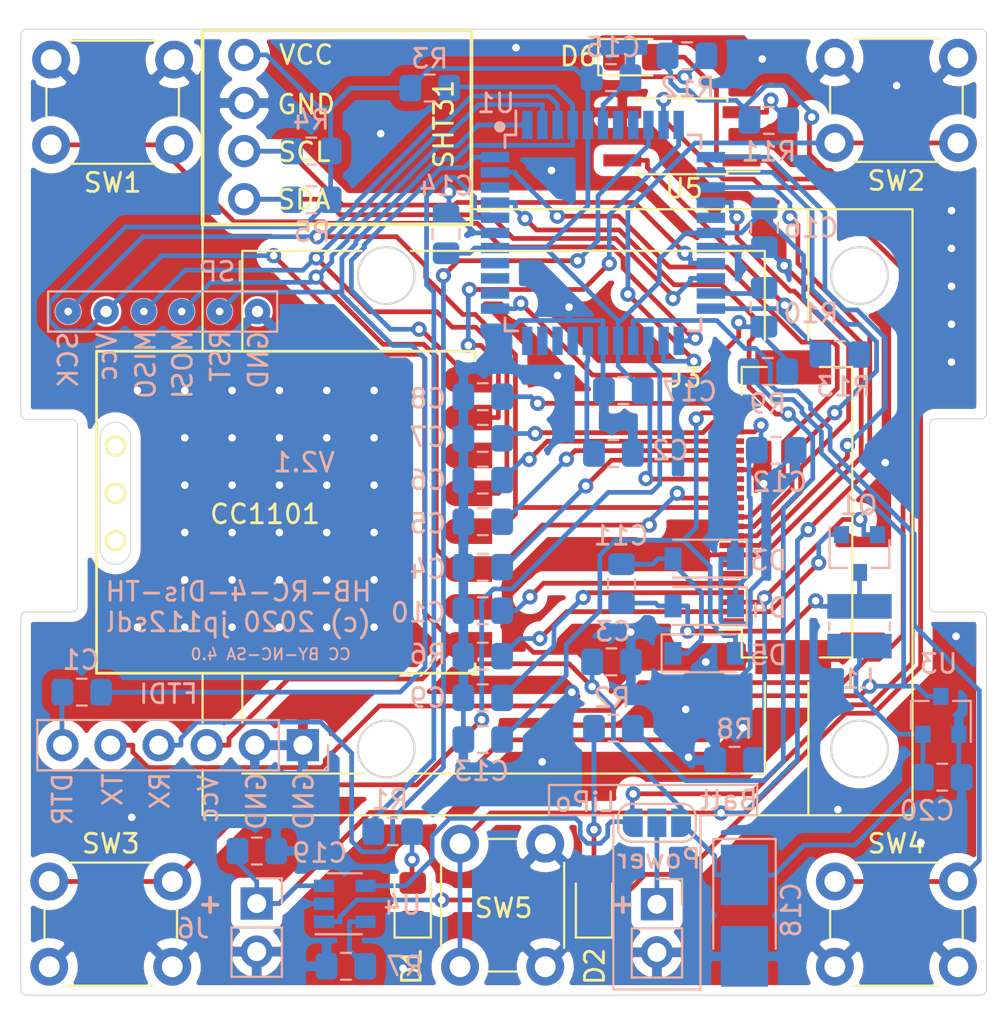
<source format=kicad_pcb>
(kicad_pcb (version 20171130) (host pcbnew "(5.1.5-0-10_14)")
  (layers (0 F.Cu signal) (31 B.Cu signal) (34 B.Paste user) (35 F.Paste user) (36 B.SilkS user) (37 F.SilkS user) (38 B.Mask user) (39 F.Mask user) (44 Edge.Cuts user))
  (net 0 "")
  (net 1 /DTR)
  (net 2 /RESET)
  (net 3 GND)
  (net 4 "Net-(C2-Pad1)")
  (net 5 "Net-(D1-Pad2)")
  (net 6 "Net-(D2-Pad2)")
  (net 7 /CC1101_CS)
  (net 8 /CC1101_GDO0)
  (net 9 /MISO)
  (net 10 /SCK)
  (net 11 /MOSI)
  (net 12 +3V3)
  (net 13 /RX)
  (net 14 /TX)
  (net 15 /SDA)
  (net 16 /SCL)
  (net 17 /BUSY)
  (net 18 /RST)
  (net 19 /DC)
  (net 20 /DISP_CS)
  (net 21 "Net-(R1-Pad1)")
  (net 22 "Net-(R2-Pad1)")
  (net 23 "Net-(SW1-Pad1)")
  (net 24 "Net-(SW2-Pad1)")
  (net 25 "Net-(SW3-Pad1)")
  (net 26 "Net-(SW4-Pad1)")
  (net 27 "Net-(SW5-Pad1)")
  (net 28 "Net-(U1-Pad42)")
  (net 29 "Net-(U1-Pad36)")
  (net 30 "Net-(U1-Pad35)")
  (net 31 "Net-(U1-Pad33)")
  (net 32 "Net-(U1-Pad32)")
  (net 33 "Net-(U1-Pad31)")
  (net 34 "Net-(U1-Pad30)")
  (net 35 "Net-(U1-Pad16)")
  (net 36 "Net-(U1-Pad8)")
  (net 37 "Net-(U1-Pad7)")
  (net 38 "Net-(C4-Pad1)")
  (net 39 "Net-(C5-Pad1)")
  (net 40 "Net-(C6-Pad1)")
  (net 41 "Net-(C7-Pad1)")
  (net 42 "Net-(C8-Pad1)")
  (net 43 "Net-(C9-Pad1)")
  (net 44 "Net-(C10-Pad1)")
  (net 45 "Net-(C11-Pad2)")
  (net 46 "Net-(C11-Pad1)")
  (net 47 /PREVGH)
  (net 48 /PREVGL)
  (net 49 "Net-(J3-Pad1)")
  (net 50 /GDR)
  (net 51 /RESE)
  (net 52 "Net-(J3-Pad6)")
  (net 53 "Net-(J3-Pad7)")
  (net 54 "Net-(U2-Pad6)")
  (net 55 +BATT)
  (net 56 "Net-(D6-Pad2)")
  (net 57 "Net-(D6-Pad1)")
  (net 58 "Net-(J5-Pad1)")
  (net 59 "Net-(R7-Pad1)")
  (net 60 /B_MEASURE)
  (net 61 /B_ACTIVATION)
  (net 62 /B_CHARGING)
  (net 63 "Net-(R11-Pad1)")
  (net 64 "Net-(R11-Pad2)")
  (net 65 "Net-(U1-Pad37)")
  (module Package_SO:SO-4_4.4x3.6mm_P2.54mm (layer F.Cu) (at 48.76 19.08 180)
    (fp_text reference U5 (at -0.11 -2.76) (layer F.SilkS))
    (fp_text value PC357)
    (pad 4 smd rect (at 3.15 -1.27 180) (size 2 0.64) (layers F.Cu F.Paste F.Mask) (net 62 /B_CHARGING))
    (pad 3 smd rect (at 3.15 1.27 180) (size 2 0.64) (layers F.Cu F.Paste F.Mask) (net 3 GND))
    (pad 2 smd rect (at -3.15 1.27 180) (size 2 0.64) (layers F.Cu F.Paste F.Mask) (net 64 "Net-(R11-Pad2)"))
    (pad 1 smd rect (at -3.15 -1.27 180) (size 2 0.64) (layers F.Cu F.Paste F.Mask) (net 56 "Net-(D6-Pad2)"))
  )
  (module Resistor_SMD:R_0805_2012Metric_Pad1.15x1.40mm_HandSolder (layer B.Cu) (at 57.1 30.6 180)
    (fp_text reference R13 (at -0.2 -1.7) (layer B.SilkS) (effects (justify mirror)))
    (fp_text value 100k)
    (pad 2 smd roundrect (at 1.025 0 180) (size 1.15 1.4) (layers B.Cu B.Paste B.Mask) (roundrect_rratio 0.217391) (net 62 /B_CHARGING))
    (pad 1 smd roundrect (at -1.025 0 180) (size 1.15 1.4) (layers B.Cu B.Paste B.Mask) (roundrect_rratio 0.217391) (net 12 +3V3))
  )
  (module Jumper:SolderJumper-3_P1.3mm_Open_RoundedPad1.0x1.5mm (layer B.Cu) (at 47.44 55.33 180)
    (fp_text reference JP1 hide)
    (fp_text value SolderJumper_3_Open)
    (pad 2 smd rect (at 0 0 180) (size 1 1.5) (layers B.Cu B.Mask) (net 58 "Net-(J5-Pad1)"))
    (pad 3 smd custom (at 1.3 0 180) (size 1 0.5) (layers B.Cu B.Mask) (net 56 "Net-(D6-Pad2)") (options (clearance outline) (anchor rect)) (primitives (gr_circle (center 0 -0.25) (end 0.5 -0.25) (width 0)) (gr_circle (center 0 0.25) (end 0.5 0.25) (width 0)) (gr_poly (pts (xy -0.55 0.75) (xy 0 0.75) (xy 0 -0.75) (xy -0.55 -0.75)) (width 0))))
    (pad 1 smd custom (at -1.3 0 180) (size 1 0.5) (layers B.Cu B.Mask) (net 12 +3V3) (options (clearance outline) (anchor rect)) (primitives (gr_circle (center 0 -0.25) (end 0.5 -0.25) (width 0)) (gr_circle (center 0 0.25) (end 0.5 0.25) (width 0)) (gr_poly (pts (xy 0.55 0.75) (xy 0 0.75) (xy 0 -0.75) (xy 0.55 -0.75)) (width 0))))
  )
  (module Package_TO_SOT_SMD:SOT-23-5 (layer B.Cu) (at 30.9495 59.604)
    (fp_text reference U4 (at 3.048 0.0635) (layer B.SilkS) (effects (justify mirror)))
    (fp_text value MCP73831T-2ACI/OT)
    (pad 5 smd rect (at 1.1 0.95) (size 1.06 0.65) (layers B.Cu B.Paste B.Mask) (net 59 "Net-(R7-Pad1)"))
    (pad 4 smd rect (at 1.1 -0.95) (size 1.06 0.65) (layers B.Cu B.Paste B.Mask) (net 56 "Net-(D6-Pad2)"))
    (pad 3 smd rect (at -1.1 -0.95) (size 1.06 0.65) (layers B.Cu B.Paste B.Mask) (net 55 +BATT))
    (pad 2 smd rect (at -1.1 0) (size 1.06 0.65) (layers B.Cu B.Paste B.Mask) (net 3 GND))
    (pad 1 smd rect (at -1.1 0.95) (size 1.06 0.65) (layers B.Cu B.Paste B.Mask) (net 63 "Net-(R11-Pad1)"))
  )
  (module Package_TO_SOT_SMD:SOT-23 (layer B.Cu) (at 62.44 49.654 90)
    (fp_text reference U3 (at 2.724 -0.1225 180) (layer B.SilkS) (effects (justify mirror)))
    (fp_text value MCP1703T-3302E/CB)
    (pad 3 smd rect (at 1 0 90) (size 0.9 0.8) (layers B.Cu B.Paste B.Mask) (net 55 +BATT))
    (pad 2 smd rect (at -1 -0.95 90) (size 0.9 0.8) (layers B.Cu B.Paste B.Mask) (net 12 +3V3))
    (pad 1 smd rect (at -1 0.95 90) (size 0.9 0.8) (layers B.Cu B.Paste B.Mask) (net 3 GND))
  )
  (module Resistor_SMD:R_0805_2012Metric_Pad1.15x1.40mm_HandSolder (layer B.Cu) (at 49.03 14.83)
    (fp_text reference R12 (at 0.0295 1.658) (layer B.SilkS) (effects (justify mirror)))
    (fp_text value 240)
    (pad 2 smd roundrect (at 1.025 0) (size 1.15 1.4) (layers B.Cu B.Paste B.Mask) (roundrect_rratio 0.217391) (net 57 "Net-(D6-Pad1)"))
    (pad 1 smd roundrect (at -1.025 0) (size 1.15 1.4) (layers B.Cu B.Paste B.Mask) (roundrect_rratio 0.217391) (net 63 "Net-(R11-Pad1)"))
  )
  (module Resistor_SMD:R_0805_2012Metric_Pad1.15x1.40mm_HandSolder (layer B.Cu) (at 53.35 18.24)
    (fp_text reference R11 (at 0 1.65) (layer B.SilkS) (effects (justify mirror)))
    (fp_text value 680)
    (pad 2 smd roundrect (at 1.025 0) (size 1.15 1.4) (layers B.Cu B.Paste B.Mask) (roundrect_rratio 0.217391) (net 64 "Net-(R11-Pad2)"))
    (pad 1 smd roundrect (at -1.025 0) (size 1.15 1.4) (layers B.Cu B.Paste B.Mask) (roundrect_rratio 0.217391) (net 63 "Net-(R11-Pad1)"))
  )
  (module Resistor_SMD:R_0805_2012Metric_Pad1.15x1.40mm_HandSolder (layer B.Cu) (at 53.1 28.11 270)
    (fp_text reference R10 (at 0.3175 -2.4765 180) (layer B.SilkS) (effects (justify mirror)))
    (fp_text value 100k)
    (pad 2 smd roundrect (at 1.025 0 270) (size 1.15 1.4) (layers B.Cu B.Paste B.Mask) (roundrect_rratio 0.217391) (net 60 /B_MEASURE))
    (pad 1 smd roundrect (at -1.025 0 270) (size 1.15 1.4) (layers B.Cu B.Paste B.Mask) (roundrect_rratio 0.217391) (net 61 /B_ACTIVATION))
  )
  (module Resistor_SMD:R_0805_2012Metric_Pad1.15x1.40mm_HandSolder (layer B.Cu) (at 53.3 31.5 180)
    (fp_text reference R9 (at 0 -1.7) (layer B.SilkS) (effects (justify mirror)))
    (fp_text value 470k)
    (pad 1 smd roundrect (at -1.025 0 180) (size 1.15 1.4) (layers B.Cu B.Paste B.Mask) (roundrect_rratio 0.217391) (net 60 /B_MEASURE))
    (pad 2 smd roundrect (at 1.025 0 180) (size 1.15 1.4) (layers B.Cu B.Paste B.Mask) (roundrect_rratio 0.217391) (net 55 +BATT))
  )
  (module Resistor_SMD:R_0805_2012Metric_Pad1.15x1.40mm_HandSolder (layer B.Cu) (at 31.013 62.906 180)
    (fp_text reference R7 (at -3.1115 0) (layer B.SilkS) (effects (justify mirror)))
    (fp_text value 2k2)
    (pad 2 smd roundrect (at 1.025 0 180) (size 1.15 1.4) (layers B.Cu B.Paste B.Mask) (roundrect_rratio 0.217391) (net 3 GND))
    (pad 1 smd roundrect (at -1.025 0 180) (size 1.15 1.4) (layers B.Cu B.Paste B.Mask) (roundrect_rratio 0.217391) (net 59 "Net-(R7-Pad1)"))
  )
  (module Connector_PinHeader_2.54mm:PinHeader_1x02_P2.54mm_Vertical (layer B.Cu) (at 26.3 59.59 180)
    (fp_text reference J6 (at 3.3655 -1.318) (layer B.SilkS) (effects (justify mirror)))
    (fp_text value Batt)
    (pad 2 thru_hole oval (at 0 -2.54 180) (size 1.7 1.7) (drill 1) (layers *.Cu *.Mask) (net 3 GND))
    (pad 1 thru_hole rect (at 0 0 180) (size 1.7 1.7) (drill 1) (layers *.Cu *.Mask) (net 55 +BATT))
  )
  (module LED_SMD:LED_0805_2012Metric_Pad1.15x1.40mm_HandSolder (layer F.Cu) (at 46.2 14.9)
    (fp_text reference D6 (at -2.91 -0.04) (layer F.SilkS))
    (fp_text value "LED bl")
    (pad 2 smd roundrect (at 1.025 0) (size 1.15 1.4) (layers F.Cu F.Paste F.Mask) (roundrect_rratio 0.217391) (net 56 "Net-(D6-Pad2)"))
    (pad 1 smd roundrect (at -1.025 0) (size 1.15 1.4) (layers F.Cu F.Paste F.Mask) (roundrect_rratio 0.217391) (net 57 "Net-(D6-Pad1)"))
  )
  (module Capacitor_SMD:C_0805_2012Metric_Pad1.15x1.40mm_HandSolder (layer B.Cu) (at 62.51 52.92)
    (fp_text reference C20 (at -0.8 1.768) (layer B.SilkS) (effects (justify mirror)))
    (fp_text value 10/10)
    (pad 2 smd roundrect (at 1.025 0) (size 1.15 1.4) (layers B.Cu B.Paste B.Mask) (roundrect_rratio 0.217391) (net 3 GND))
    (pad 1 smd roundrect (at -1.025 0) (size 1.15 1.4) (layers B.Cu B.Paste B.Mask) (roundrect_rratio 0.217391) (net 12 +3V3))
  )
  (module Capacitor_SMD:C_0805_2012Metric_Pad1.15x1.40mm_HandSolder (layer B.Cu) (at 26.304 56.82)
    (fp_text reference C19 (at 3.326 0.1) (layer B.SilkS) (effects (justify mirror)))
    (fp_text value 10/10)
    (pad 2 smd roundrect (at 1.025 0) (size 1.15 1.4) (layers B.Cu B.Paste B.Mask) (roundrect_rratio 0.217391) (net 3 GND))
    (pad 1 smd roundrect (at -1.025 0) (size 1.15 1.4) (layers B.Cu B.Paste B.Mask) (roundrect_rratio 0.217391) (net 55 +BATT))
  )
  (module Capacitor_SMD:C_0805_2012Metric_Pad1.15x1.40mm_HandSolder (layer B.Cu) (at 45.665 32.505 180)
    (fp_text reference C17 (at -3.4995 -0.0485) (layer B.SilkS) (effects (justify mirror)))
    (fp_text value 100n)
    (pad 1 smd roundrect (at -1.025 0 180) (size 1.15 1.4) (layers B.Cu B.Paste B.Mask) (roundrect_rratio 0.217391) (net 12 +3V3))
    (pad 2 smd roundrect (at 1.025 0 180) (size 1.15 1.4) (layers B.Cu B.Paste B.Mask) (roundrect_rratio 0.217391) (net 3 GND))
  )
  (module Capacitor_SMD:C_0805_2012Metric_Pad1.15x1.40mm_HandSolder (layer B.Cu) (at 53.115 23.905 270)
    (fp_text reference C16 (at 0.0125 -2.463 180) (layer B.SilkS) (effects (justify mirror)))
    (fp_text value 100n)
    (pad 2 smd roundrect (at 1.025 0 270) (size 1.15 1.4) (layers B.Cu B.Paste B.Mask) (roundrect_rratio 0.217391) (net 3 GND))
    (pad 1 smd roundrect (at -1.025 0 270) (size 1.15 1.4) (layers B.Cu B.Paste B.Mask) (roundrect_rratio 0.217391) (net 12 +3V3))
  )
  (module Capacitor_SMD:C_0805_2012Metric_Pad1.15x1.40mm_HandSolder (layer B.Cu) (at 45.015 15.98)
    (fp_text reference C15 (at 0.1 -1.6) (layer B.SilkS) (effects (justify mirror)))
    (fp_text value 100n)
    (pad 1 smd roundrect (at -1.025 0) (size 1.15 1.4) (layers B.Cu B.Paste B.Mask) (roundrect_rratio 0.217391) (net 12 +3V3))
    (pad 2 smd roundrect (at 1.025 0) (size 1.15 1.4) (layers B.Cu B.Paste B.Mask) (roundrect_rratio 0.217391) (net 3 GND))
  )
  (module Connectors_Hirose:Hirose_FH12-24S-0.5SH_1x24_P0.5mm_Horizontal (layer F.Cu) (at 53.24 38.93 90)
    (fp_text reference J3 (at 7.1 -4.3 180) (layer F.SilkS))
    (fp_text value eInk)
    (pad 24 smd rect (at 5.75 -1.85 90) (size 0.3 1.3) (layers F.Cu F.Paste F.Mask) (net 42 "Net-(C8-Pad1)"))
    (pad 23 smd rect (at 5.25 -1.85 90) (size 0.3 1.3) (layers F.Cu F.Paste F.Mask) (net 48 /PREVGL))
    (pad 22 smd rect (at 4.75 -1.85 90) (size 0.3 1.3) (layers F.Cu F.Paste F.Mask) (net 41 "Net-(C7-Pad1)"))
    (pad 21 smd rect (at 4.25 -1.85 90) (size 0.3 1.3) (layers F.Cu F.Paste F.Mask) (net 47 /PREVGH))
    (pad 20 smd rect (at 3.75 -1.85 90) (size 0.3 1.3) (layers F.Cu F.Paste F.Mask) (net 40 "Net-(C6-Pad1)"))
    (pad 19 smd rect (at 3.25 -1.85 90) (size 0.3 1.3) (layers F.Cu F.Paste F.Mask) (net 39 "Net-(C5-Pad1)"))
    (pad 18 smd rect (at 2.75 -1.85 90) (size 0.3 1.3) (layers F.Cu F.Paste F.Mask) (net 38 "Net-(C4-Pad1)"))
    (pad 17 smd rect (at 2.25 -1.85 90) (size 0.3 1.3) (layers F.Cu F.Paste F.Mask) (net 3 GND))
    (pad 16 smd rect (at 1.75 -1.85 90) (size 0.3 1.3) (layers F.Cu F.Paste F.Mask) (net 12 +3V3))
    (pad 15 smd rect (at 1.25 -1.85 90) (size 0.3 1.3) (layers F.Cu F.Paste F.Mask) (net 12 +3V3))
    (pad 14 smd rect (at 0.75 -1.85 90) (size 0.3 1.3) (layers F.Cu F.Paste F.Mask) (net 11 /MOSI))
    (pad 13 smd rect (at 0.25 -1.85 90) (size 0.3 1.3) (layers F.Cu F.Paste F.Mask) (net 10 /SCK))
    (pad 12 smd rect (at -0.25 -1.85 90) (size 0.3 1.3) (layers F.Cu F.Paste F.Mask) (net 20 /DISP_CS))
    (pad 11 smd rect (at -0.75 -1.85 90) (size 0.3 1.3) (layers F.Cu F.Paste F.Mask) (net 19 /DC))
    (pad 10 smd rect (at -1.25 -1.85 90) (size 0.3 1.3) (layers F.Cu F.Paste F.Mask) (net 18 /RST))
    (pad 9 smd rect (at -1.75 -1.85 90) (size 0.3 1.3) (layers F.Cu F.Paste F.Mask) (net 17 /BUSY))
    (pad 8 smd rect (at -2.25 -1.85 90) (size 0.3 1.3) (layers F.Cu F.Paste F.Mask) (net 3 GND))
    (pad 7 smd rect (at -2.75 -1.85 90) (size 0.3 1.3) (layers F.Cu F.Paste F.Mask) (net 53 "Net-(J3-Pad7)"))
    (pad 6 smd rect (at -3.25 -1.85 90) (size 0.3 1.3) (layers F.Cu F.Paste F.Mask) (net 52 "Net-(J3-Pad6)"))
    (pad 5 smd rect (at -3.75 -1.85 90) (size 0.3 1.3) (layers F.Cu F.Paste F.Mask) (net 44 "Net-(C10-Pad1)"))
    (pad 4 smd rect (at -4.25 -1.85 90) (size 0.3 1.3) (layers F.Cu F.Paste F.Mask) (net 43 "Net-(C9-Pad1)"))
    (pad 3 smd rect (at -4.75 -1.85 90) (size 0.3 1.3) (layers F.Cu F.Paste F.Mask) (net 51 /RESE))
    (pad 2 smd rect (at -5.25 -1.85 90) (size 0.3 1.3) (layers F.Cu F.Paste F.Mask) (net 50 /GDR))
    (pad 1 smd rect (at -5.75 -1.85 90) (size 0.3 1.3) (layers F.Cu F.Paste F.Mask) (net 49 "Net-(J3-Pad1)"))
    (pad "" smd rect (at 7.65 1.4 90) (size 1.8 4) (layers F.Cu F.Paste F.Mask))
    (pad "" smd rect (at -7.65 1.4 90) (size 1.8 4) (layers F.Cu F.Paste F.Mask) (net 3 GND))
  )
  (module Connector_PinHeader_2.54mm:PinHeader_1x04_P2.54mm_Vertical (layer F.Cu) (at 25.64 14.78)
    (fp_text reference SHT31 (at 10.541 3.6576 90) (layer F.SilkS))
    (fp_text value SHT31)
    (fp_text user SCL (at 3.175 5.1308) (layer F.SilkS))
    (fp_text user SDA (at 3.1496 7.6454) (layer F.SilkS))
    (fp_text user GND (at 3.2766 2.6162) (layer F.SilkS))
    (fp_text user VCC (at 3.2766 0) (layer F.SilkS))
    (pad 1 thru_hole oval (at 0 0) (size 1.7 1.7) (drill 1) (layers *.Cu *.Mask) (net 12 +3V3))
    (pad 2 thru_hole oval (at 0 2.54) (size 1.7 1.7) (drill 1) (layers *.Cu *.Mask) (net 3 GND))
    (pad 3 thru_hole oval (at 0 5.08) (size 1.7 1.7) (drill 1) (layers *.Cu *.Mask) (net 16 /SCL))
    (pad 4 thru_hole oval (at 0 7.62) (size 1.7 1.7) (drill 1) (layers *.Cu *.Mask) (net 15 /SDA))
  )
  (module Button_Switch_THT:SW_PUSH_6mm_H5mm (layer F.Cu) (at 37.04 62.93 90)
    (fp_text reference SW5 (at 3.1 2.3 180) (layer F.SilkS))
    (fp_text value Config)
    (pad 1 thru_hole circle (at 6.5 0 180) (size 2 2) (drill 1.1) (layers *.Cu *.Mask) (net 27 "Net-(SW5-Pad1)"))
    (pad 2 thru_hole circle (at 6.5 4.5 180) (size 2 2) (drill 1.1) (layers *.Cu *.Mask) (net 3 GND))
    (pad 1 thru_hole circle (at 0 0 180) (size 2 2) (drill 1.1) (layers *.Cu *.Mask) (net 27 "Net-(SW5-Pad1)"))
    (pad 2 thru_hole circle (at 0 4.5 180) (size 2 2) (drill 1.1) (layers *.Cu *.Mask) (net 3 GND))
  )
  (module Button_Switch_THT:SW_PUSH_6mm_H5mm (layer F.Cu) (at 56.84 58.43)
    (fp_text reference SW4 (at 3.25 -2) (layer F.SilkS))
    (fp_text value T4)
    (pad 1 thru_hole circle (at 6.5 0 90) (size 2 2) (drill 1.1) (layers *.Cu *.Mask) (net 26 "Net-(SW4-Pad1)"))
    (pad 2 thru_hole circle (at 6.5 4.5 90) (size 2 2) (drill 1.1) (layers *.Cu *.Mask) (net 3 GND))
    (pad 1 thru_hole circle (at 0 0 90) (size 2 2) (drill 1.1) (layers *.Cu *.Mask) (net 26 "Net-(SW4-Pad1)"))
    (pad 2 thru_hole circle (at 0 4.5 90) (size 2 2) (drill 1.1) (layers *.Cu *.Mask) (net 3 GND))
  )
  (module Button_Switch_THT:SW_PUSH_6mm_H5mm (layer F.Cu) (at 15.34 58.43)
    (fp_text reference SW3 (at 3.25 -2) (layer F.SilkS))
    (fp_text value T3)
    (pad 1 thru_hole circle (at 6.5 0 90) (size 2 2) (drill 1.1) (layers *.Cu *.Mask) (net 25 "Net-(SW3-Pad1)"))
    (pad 2 thru_hole circle (at 6.5 4.5 90) (size 2 2) (drill 1.1) (layers *.Cu *.Mask) (net 3 GND))
    (pad 1 thru_hole circle (at 0 0 90) (size 2 2) (drill 1.1) (layers *.Cu *.Mask) (net 25 "Net-(SW3-Pad1)"))
    (pad 2 thru_hole circle (at 0 4.5 90) (size 2 2) (drill 1.1) (layers *.Cu *.Mask) (net 3 GND))
  )
  (module Button_Switch_THT:SW_PUSH_6mm_H5mm (layer F.Cu) (at 63.34 19.43 180)
    (fp_text reference SW2 (at 3.25 -2) (layer F.SilkS))
    (fp_text value T2)
    (pad 1 thru_hole circle (at 6.5 0 270) (size 2 2) (drill 1.1) (layers *.Cu *.Mask) (net 24 "Net-(SW2-Pad1)"))
    (pad 2 thru_hole circle (at 6.5 4.5 270) (size 2 2) (drill 1.1) (layers *.Cu *.Mask) (net 3 GND))
    (pad 1 thru_hole circle (at 0 0 270) (size 2 2) (drill 1.1) (layers *.Cu *.Mask) (net 24 "Net-(SW2-Pad1)"))
    (pad 2 thru_hole circle (at 0 4.5 270) (size 2 2) (drill 1.1) (layers *.Cu *.Mask) (net 3 GND))
  )
  (module Button_Switch_THT:SW_PUSH_6mm_H5mm (layer F.Cu) (at 21.94 19.53 180)
    (fp_text reference SW1 (at 3.25 -2) (layer F.SilkS))
    (fp_text value T1)
    (pad 1 thru_hole circle (at 6.5 0 270) (size 2 2) (drill 1.1) (layers *.Cu *.Mask) (net 23 "Net-(SW1-Pad1)"))
    (pad 2 thru_hole circle (at 6.5 4.5 270) (size 2 2) (drill 1.1) (layers *.Cu *.Mask) (net 3 GND))
    (pad 1 thru_hole circle (at 0 0 270) (size 2 2) (drill 1.1) (layers *.Cu *.Mask) (net 23 "Net-(SW1-Pad1)"))
    (pad 2 thru_hole circle (at 0 4.5 270) (size 2 2) (drill 1.1) (layers *.Cu *.Mask) (net 3 GND))
  )
  (module additional:PinPads_ISP (layer B.Cu) (at 26.34 28.33 90)
    (fp_text reference ISP1 hide)
    (fp_text value ISP (at 2.1 -1.9 180) (layer B.SilkS) (effects (justify mirror)))
    (pad 6 thru_hole oval (at 0 -10 90) (size 1.35 1.35) (drill 0.4) (layers B.Cu B.Mask) (net 10 /SCK))
    (pad 5 thru_hole circle (at 0 -8 90) (size 1.35 1.35) (drill 0.6) (layers B.Cu B.Mask) (net 12 +3V3))
    (pad 4 thru_hole oval (at 0 -6 90) (size 1.35 1.35) (drill 0.4) (layers B.Cu B.Mask) (net 9 /MISO))
    (pad 3 thru_hole oval (at 0 -4 90) (size 1.35 1.35) (drill 0.4) (layers B.Cu B.Mask) (net 11 /MOSI))
    (pad 2 thru_hole oval (at 0 -2 90) (size 1.35 1.35) (drill 0.4) (layers B.Cu B.Mask) (net 2 /RESET))
    (pad 1 thru_hole circle (at 0 0 90) (size 1.35 1.35) (drill 0.6) (layers B.Cu B.Mask) (net 3 GND))
  )
  (module Capacitors_Tantalum_SMD:CP_Tantalum_Case-B_EIA-3528-21_Hand (layer B.Cu) (at 52.065 60.23 270)
    (fp_text reference C18 (at -0.3 -2.475 270) (layer B.SilkS) (effects (justify mirror)))
    (fp_text value 100µ/10V)
    (pad 1 smd rect (at -2.15 0 270) (size 3.2 2.5) (layers B.Cu B.Paste B.Mask) (net 12 +3V3))
    (pad 2 smd rect (at 2.15 0 270) (size 3.2 2.5) (layers B.Cu B.Paste B.Mask) (net 3 GND))
  )
  (module Connector_PinHeader_2.54mm:PinHeader_1x02_P2.54mm_Vertical (layer B.Cu) (at 47.44 59.63 180)
    (fp_text reference J5 hide)
    (fp_text value Power (at -0.1 2.4 180) (layer B.SilkS) (effects (justify mirror)))
    (pad 2 thru_hole oval (at 0 -2.54 180) (size 1.7 1.7) (drill 1) (layers *.Cu *.Mask) (net 3 GND))
    (pad 1 thru_hole rect (at 0 0 180) (size 1.7 1.7) (drill 1) (layers *.Cu *.Mask) (net 58 "Net-(J5-Pad1)"))
  )
  (module Capacitor_SMD:C_0805_2012Metric_Pad1.15x1.40mm_HandSolder (layer B.Cu) (at 36.3 24.23 90)
    (fp_text reference C14 (at 2.525 0.025 180) (layer B.SilkS) (effects (justify mirror)))
    (fp_text value 100n)
    (pad 2 smd roundrect (at 1.025 0 90) (size 1.15 1.4) (layers B.Cu B.Paste B.Mask) (roundrect_rratio 0.217391) (net 3 GND))
    (pad 1 smd roundrect (at -1.025 0 90) (size 1.15 1.4) (layers B.Cu B.Paste B.Mask) (roundrect_rratio 0.217391) (net 12 +3V3))
  )
  (module Connector_PinHeader_2.54mm:PinHeader_1x06_P2.54mm_Vertical (layer B.Cu) (at 28.74 51.23 90)
    (fp_text reference FTDI1 hide)
    (fp_text value FTDI (at 2.7 -7.1 180) (layer B.SilkS) (effects (justify mirror)))
    (pad 6 thru_hole oval (at 0 -12.7 90) (size 1.7 1.7) (drill 1) (layers *.Cu *.Mask) (net 1 /DTR))
    (pad 5 thru_hole oval (at 0 -10.16 90) (size 1.7 1.7) (drill 1) (layers *.Cu *.Mask) (net 14 /TX))
    (pad 4 thru_hole oval (at 0 -7.62 90) (size 1.7 1.7) (drill 1) (layers *.Cu *.Mask) (net 13 /RX))
    (pad 3 thru_hole oval (at 0 -5.08 90) (size 1.7 1.7) (drill 1) (layers *.Cu *.Mask) (net 12 +3V3))
    (pad 2 thru_hole oval (at 0 -2.54 90) (size 1.7 1.7) (drill 1) (layers *.Cu *.Mask) (net 3 GND))
    (pad 1 thru_hole rect (at 0 0 90) (size 1.7 1.7) (drill 1) (layers *.Cu *.Mask) (net 3 GND))
  )
  (module additional:CC1101_Pads (layer F.Cu) (at 39.34 47.43 180)
    (fp_text reference U2 hide)
    (fp_text value CC1101 (at 12.6 8.4) (layer F.SilkS))
    (pad 8 smd circle (at 2.5 15.5 180) (size 1.35 1.35) (layers F.Cu F.Paste F.Mask) (net 7 /CC1101_CS))
    (pad 8 connect rect (at 1.5 15.5 180) (size 1.8 1.35) (layers F.Cu F.Mask) (net 7 /CC1101_CS))
    (pad 1 smd circle (at 2.5 1.5 180) (size 1.35 1.35) (layers F.Cu F.Paste F.Mask) (net 12 +3V3))
    (pad 2 smd circle (at 2.5 3.5 180) (size 1.35 1.35) (layers F.Cu F.Paste F.Mask) (net 3 GND))
    (pad 3 smd circle (at 2.5 5.5 180) (size 1.35 1.35) (layers F.Cu F.Paste F.Mask) (net 11 /MOSI))
    (pad 4 smd circle (at 2.5 7.5 180) (size 1.35 1.35) (layers F.Cu F.Paste F.Mask) (net 10 /SCK))
    (pad 5 smd circle (at 2.5 9.5 180) (size 1.35 1.35) (layers F.Cu F.Paste F.Mask) (net 9 /MISO))
    (pad 6 smd circle (at 2.5 11.5 180) (size 1.35 1.35) (layers F.Cu F.Paste F.Mask) (net 54 "Net-(U2-Pad6)"))
    (pad 7 smd circle (at 2.5 13.5 180) (size 1.35 1.35) (layers F.Cu F.Paste F.Mask) (net 8 /CC1101_GDO0))
    (pad 1 connect rect (at 1.5 1.5 180) (size 1.8 1.35) (layers F.Cu F.Mask) (net 12 +3V3))
    (pad 2 connect rect (at 1.5 3.5 180) (size 1.8 1.35) (layers F.Cu F.Mask) (net 3 GND))
    (pad 3 connect rect (at 1.5 5.5 180) (size 1.8 1.35) (layers F.Cu F.Mask) (net 11 /MOSI))
    (pad 4 connect rect (at 1.5 7.5 180) (size 1.8 1.35) (layers F.Cu F.Mask) (net 10 /SCK))
    (pad 5 connect rect (at 1.5 9.5 180) (size 1.8 1.35) (layers F.Cu F.Mask) (net 9 /MISO))
    (pad 6 connect rect (at 1.5 11.5 180) (size 1.8 1.35) (layers F.Cu F.Mask) (net 54 "Net-(U2-Pad6)"))
    (pad 7 connect rect (at 1.5 13.5 180) (size 1.8 1.35) (layers F.Cu F.Mask) (net 8 /CC1101_GDO0))
  )
  (module Resistor_SMD:R_0805_2012Metric_Pad1.15x1.40mm_HandSolder (layer B.Cu) (at 51.54 52.03 180)
    (fp_text reference R8 (at 0 1.65) (layer B.SilkS) (effects (justify mirror)))
    (fp_text value "0.47 / 3.00")
    (pad 2 smd roundrect (at 1.025 0 180) (size 1.15 1.4) (layers B.Cu B.Paste B.Mask) (roundrect_rratio 0.217391) (net 3 GND))
    (pad 1 smd roundrect (at -1.025 0 180) (size 1.15 1.4) (layers B.Cu B.Paste B.Mask) (roundrect_rratio 0.217391) (net 51 /RESE))
  )
  (module Resistor_SMD:R_0805_2012Metric_Pad1.15x1.40mm_HandSolder (layer B.Cu) (at 38.24 46.53 180)
    (fp_text reference R6 (at 2.9 0.1) (layer B.SilkS) (effects (justify mirror)))
    (fp_text value 100k)
    (pad 1 smd roundrect (at -1.025 0 180) (size 1.15 1.4) (layers B.Cu B.Paste B.Mask) (roundrect_rratio 0.217391) (net 50 /GDR))
    (pad 2 smd roundrect (at 1.025 0 180) (size 1.15 1.4) (layers B.Cu B.Paste B.Mask) (roundrect_rratio 0.217391) (net 3 GND))
  )
  (module Package_TO_SOT_SMD:SOT-23 (layer B.Cu) (at 58.14 41.11 270)
    (fp_text reference Q1 (at -2.55 0.05 180) (layer B.SilkS) (effects (justify mirror)))
    (fp_text value IRLML6346TRBPF)
    (pad 3 smd rect (at 1 0 270) (size 0.9 0.8) (layers B.Cu B.Paste B.Mask) (net 46 "Net-(C11-Pad1)"))
    (pad 2 smd rect (at -1 -0.95 270) (size 0.9 0.8) (layers B.Cu B.Paste B.Mask) (net 51 /RESE))
    (pad 1 smd rect (at -1 0.95 270) (size 0.9 0.8) (layers B.Cu B.Paste B.Mask) (net 50 /GDR))
  )
  (module Inductor_SMD:L_Wuerth_MAPI-3012 (layer B.Cu) (at 58.14 44.95 90)
    (fp_text reference L1 (at -2.78 -0.07 180) (layer B.SilkS) (effects (justify mirror)))
    (fp_text value 100µH)
    (pad 1 smd rect (at -1.05 0 90) (size 1.3 3.4) (layers B.Cu B.Paste B.Mask) (net 12 +3V3))
    (pad 2 smd rect (at 1.05 0 90) (size 1.3 3.4) (layers B.Cu B.Paste B.Mask) (net 46 "Net-(C11-Pad1)"))
  )
  (module Diode_SMD:D_SOD-123 (layer B.Cu) (at 49.94 46.38)
    (fp_text reference D5 (at 3.4 0.1) (layer B.SilkS) (effects (justify mirror)))
    (fp_text value MBR0530)
    (pad 2 smd rect (at 1.65 0) (size 0.9 1.2) (layers B.Cu B.Paste B.Mask) (net 48 /PREVGL))
    (pad 1 smd rect (at -1.65 0) (size 0.9 1.2) (layers B.Cu B.Paste B.Mask) (net 45 "Net-(C11-Pad2)"))
  )
  (module Diode_SMD:D_SOD-123 (layer B.Cu) (at 49.94 43.88 180)
    (fp_text reference D4 (at -3.4 -0.1) (layer B.SilkS) (effects (justify mirror)))
    (fp_text value MBR0530)
    (pad 2 smd rect (at 1.65 0 180) (size 0.9 1.2) (layers B.Cu B.Paste B.Mask) (net 46 "Net-(C11-Pad1)"))
    (pad 1 smd rect (at -1.65 0 180) (size 0.9 1.2) (layers B.Cu B.Paste B.Mask) (net 47 /PREVGH))
  )
  (module Diode_SMD:D_SOD-123 (layer B.Cu) (at 49.94 41.38 180)
    (fp_text reference D3 (at -3.4 -0.1) (layer B.SilkS) (effects (justify mirror)))
    (fp_text value MBR0530)
    (pad 2 smd rect (at 1.65 0 180) (size 0.9 1.2) (layers B.Cu B.Paste B.Mask) (net 45 "Net-(C11-Pad2)"))
    (pad 1 smd rect (at -1.65 0 180) (size 0.9 1.2) (layers B.Cu B.Paste B.Mask) (net 3 GND))
  )
  (module Capacitor_SMD:C_0805_2012Metric_Pad1.15x1.40mm_HandSolder (layer B.Cu) (at 38.24 50.93)
    (fp_text reference C13 (at -0.06 1.67) (layer B.SilkS) (effects (justify mirror)))
    (fp_text value 1µF/50V)
    (pad 1 smd roundrect (at -1.025 0) (size 1.15 1.4) (layers B.Cu B.Paste B.Mask) (roundrect_rratio 0.217391) (net 3 GND))
    (pad 2 smd roundrect (at 1.025 0) (size 1.15 1.4) (layers B.Cu B.Paste B.Mask) (roundrect_rratio 0.217391) (net 48 /PREVGL))
  )
  (module Capacitor_SMD:C_0805_2012Metric_Pad1.15x1.40mm_HandSolder (layer B.Cu) (at 53.74 35.655)
    (fp_text reference C12 (at 0.19 1.685) (layer B.SilkS) (effects (justify mirror)))
    (fp_text value 1µF/50V)
    (pad 2 smd roundrect (at 1.025 0) (size 1.15 1.4) (layers B.Cu B.Paste B.Mask) (roundrect_rratio 0.217391) (net 3 GND))
    (pad 1 smd roundrect (at -1.025 0) (size 1.15 1.4) (layers B.Cu B.Paste B.Mask) (roundrect_rratio 0.217391) (net 47 /PREVGH))
  )
  (module Capacitor_SMD:C_0805_2012Metric_Pad1.15x1.40mm_HandSolder (layer B.Cu) (at 45.57 42.7 90)
    (fp_text reference C11 (at 2.535 -0.02 180) (layer B.SilkS) (effects (justify mirror)))
    (fp_text value 1µF/50V)
    (pad 2 smd roundrect (at 1.025 0 90) (size 1.15 1.4) (layers B.Cu B.Paste B.Mask) (roundrect_rratio 0.217391) (net 45 "Net-(C11-Pad2)"))
    (pad 1 smd roundrect (at -1.025 0 90) (size 1.15 1.4) (layers B.Cu B.Paste B.Mask) (roundrect_rratio 0.217391) (net 46 "Net-(C11-Pad1)"))
  )
  (module Capacitor_SMD:C_0805_2012Metric_Pad1.15x1.40mm_HandSolder (layer B.Cu) (at 38.24 44.13 180)
    (fp_text reference C10 (at 3.4 -0.1) (layer B.SilkS) (effects (justify mirror)))
    (fp_text value 1µF/50V)
    (pad 1 smd roundrect (at -1.025 0 180) (size 1.15 1.4) (layers B.Cu B.Paste B.Mask) (roundrect_rratio 0.217391) (net 44 "Net-(C10-Pad1)"))
    (pad 2 smd roundrect (at 1.025 0 180) (size 1.15 1.4) (layers B.Cu B.Paste B.Mask) (roundrect_rratio 0.217391) (net 3 GND))
  )
  (module Capacitor_SMD:C_0805_2012Metric_Pad1.15x1.40mm_HandSolder (layer B.Cu) (at 38.24 48.73 180)
    (fp_text reference C9 (at 2.9 0) (layer B.SilkS) (effects (justify mirror)))
    (fp_text value 1µF/50V)
    (pad 1 smd roundrect (at -1.025 0 180) (size 1.15 1.4) (layers B.Cu B.Paste B.Mask) (roundrect_rratio 0.217391) (net 43 "Net-(C9-Pad1)"))
    (pad 2 smd roundrect (at 1.025 0 180) (size 1.15 1.4) (layers B.Cu B.Paste B.Mask) (roundrect_rratio 0.217391) (net 3 GND))
  )
  (module Capacitor_SMD:C_0805_2012Metric_Pad1.15x1.40mm_HandSolder (layer B.Cu) (at 38.24 32.83 180)
    (fp_text reference C8 (at 2.9 -0.1) (layer B.SilkS) (effects (justify mirror)))
    (fp_text value 1µF/25V)
    (pad 1 smd roundrect (at -1.025 0 180) (size 1.15 1.4) (layers B.Cu B.Paste B.Mask) (roundrect_rratio 0.217391) (net 42 "Net-(C8-Pad1)"))
    (pad 2 smd roundrect (at 1.025 0 180) (size 1.15 1.4) (layers B.Cu B.Paste B.Mask) (roundrect_rratio 0.217391) (net 3 GND))
  )
  (module Capacitor_SMD:C_0805_2012Metric_Pad1.15x1.40mm_HandSolder (layer B.Cu) (at 38.24 35.03 180)
    (fp_text reference C7 (at 2.9 0.0635) (layer B.SilkS) (effects (justify mirror)))
    (fp_text value 1µF/25V)
    (pad 1 smd roundrect (at -1.025 0 180) (size 1.15 1.4) (layers B.Cu B.Paste B.Mask) (roundrect_rratio 0.217391) (net 41 "Net-(C7-Pad1)"))
    (pad 2 smd roundrect (at 1.025 0 180) (size 1.15 1.4) (layers B.Cu B.Paste B.Mask) (roundrect_rratio 0.217391) (net 3 GND))
  )
  (module Capacitor_SMD:C_0805_2012Metric_Pad1.15x1.40mm_HandSolder (layer B.Cu) (at 38.24 37.23 180)
    (fp_text reference C6 (at 2.9 0) (layer B.SilkS) (effects (justify mirror)))
    (fp_text value 1µF/25V)
    (pad 1 smd roundrect (at -1.025 0 180) (size 1.15 1.4) (layers B.Cu B.Paste B.Mask) (roundrect_rratio 0.217391) (net 40 "Net-(C6-Pad1)"))
    (pad 2 smd roundrect (at 1.025 0 180) (size 1.15 1.4) (layers B.Cu B.Paste B.Mask) (roundrect_rratio 0.217391) (net 3 GND))
  )
  (module Capacitor_SMD:C_0805_2012Metric_Pad1.15x1.40mm_HandSolder (layer B.Cu) (at 38.24 39.43 180)
    (fp_text reference C5 (at 2.9 -0.1) (layer B.SilkS) (effects (justify mirror)))
    (fp_text value 1µF/25V)
    (pad 1 smd roundrect (at -1.025 0 180) (size 1.15 1.4) (layers B.Cu B.Paste B.Mask) (roundrect_rratio 0.217391) (net 39 "Net-(C5-Pad1)"))
    (pad 2 smd roundrect (at 1.025 0 180) (size 1.15 1.4) (layers B.Cu B.Paste B.Mask) (roundrect_rratio 0.217391) (net 3 GND))
  )
  (module Capacitor_SMD:C_0805_2012Metric_Pad1.15x1.40mm_HandSolder (layer B.Cu) (at 38.24 41.83 180)
    (fp_text reference C4 (at 2.9 -0.1) (layer B.SilkS) (effects (justify mirror)))
    (fp_text value 1µF/25V)
    (pad 1 smd roundrect (at -1.025 0 180) (size 1.15 1.4) (layers B.Cu B.Paste B.Mask) (roundrect_rratio 0.217391) (net 38 "Net-(C4-Pad1)"))
    (pad 2 smd roundrect (at 1.025 0 180) (size 1.15 1.4) (layers B.Cu B.Paste B.Mask) (roundrect_rratio 0.217391) (net 3 GND))
  )
  (module Capacitor_SMD:C_0805_2012Metric_Pad1.15x1.40mm_HandSolder (layer B.Cu) (at 45.04 46.83)
    (fp_text reference C3 (at 0.1 -1.6) (layer B.SilkS) (effects (justify mirror)))
    (fp_text value 1µF/25V)
    (pad 2 smd roundrect (at 1.025 0) (size 1.15 1.4) (layers B.Cu B.Paste B.Mask) (roundrect_rratio 0.217391) (net 3 GND))
    (pad 1 smd roundrect (at -1.025 0) (size 1.15 1.4) (layers B.Cu B.Paste B.Mask) (roundrect_rratio 0.217391) (net 12 +3V3))
  )
  (module Package_QFP:TQFP-44_10x10mm_P0.8mm (layer B.Cu) (at 44.59 24.18 270)
    (fp_text reference U1 (at -6.85 5.65) (layer B.SilkS) (effects (justify mirror)))
    (fp_text value ATmega1284P-AU)
    (pad 44 smd rect (at -4 5.7 180) (size 1.5 0.55) (layers B.Cu B.Paste B.Mask) (net 7 /CC1101_CS))
    (pad 43 smd rect (at -3.2 5.7 180) (size 1.5 0.55) (layers B.Cu B.Paste B.Mask) (net 20 /DISP_CS))
    (pad 42 smd rect (at -2.4 5.7 180) (size 1.5 0.55) (layers B.Cu B.Paste B.Mask) (net 28 "Net-(U1-Pad42)"))
    (pad 41 smd rect (at -1.6 5.7 180) (size 1.5 0.55) (layers B.Cu B.Paste B.Mask) (net 22 "Net-(R2-Pad1)"))
    (pad 40 smd rect (at -0.8 5.7 180) (size 1.5 0.55) (layers B.Cu B.Paste B.Mask) (net 21 "Net-(R1-Pad1)"))
    (pad 39 smd rect (at 0 5.7 180) (size 1.5 0.55) (layers B.Cu B.Paste B.Mask) (net 3 GND))
    (pad 38 smd rect (at 0.8 5.7 180) (size 1.5 0.55) (layers B.Cu B.Paste B.Mask) (net 12 +3V3))
    (pad 37 smd rect (at 1.6 5.7 180) (size 1.5 0.55) (layers B.Cu B.Paste B.Mask) (net 65 "Net-(U1-Pad37)"))
    (pad 36 smd rect (at 2.4 5.7 180) (size 1.5 0.55) (layers B.Cu B.Paste B.Mask) (net 29 "Net-(U1-Pad36)"))
    (pad 35 smd rect (at 3.2 5.7 180) (size 1.5 0.55) (layers B.Cu B.Paste B.Mask) (net 30 "Net-(U1-Pad35)"))
    (pad 34 smd rect (at 4 5.7 180) (size 1.5 0.55) (layers B.Cu B.Paste B.Mask) (net 60 /B_MEASURE))
    (pad 33 smd rect (at 5.7 4 270) (size 1.5 0.55) (layers B.Cu B.Paste B.Mask) (net 31 "Net-(U1-Pad33)"))
    (pad 32 smd rect (at 5.7 3.2 270) (size 1.5 0.55) (layers B.Cu B.Paste B.Mask) (net 32 "Net-(U1-Pad32)"))
    (pad 31 smd rect (at 5.7 2.4 270) (size 1.5 0.55) (layers B.Cu B.Paste B.Mask) (net 33 "Net-(U1-Pad31)"))
    (pad 30 smd rect (at 5.7 1.6 270) (size 1.5 0.55) (layers B.Cu B.Paste B.Mask) (net 34 "Net-(U1-Pad30)"))
    (pad 29 smd rect (at 5.7 0.8 270) (size 1.5 0.55) (layers B.Cu B.Paste B.Mask) (net 4 "Net-(C2-Pad1)"))
    (pad 28 smd rect (at 5.7 0 270) (size 1.5 0.55) (layers B.Cu B.Paste B.Mask) (net 3 GND))
    (pad 27 smd rect (at 5.7 -0.8 270) (size 1.5 0.55) (layers B.Cu B.Paste B.Mask) (net 12 +3V3))
    (pad 26 smd rect (at 5.7 -1.6 270) (size 1.5 0.55) (layers B.Cu B.Paste B.Mask) (net 26 "Net-(SW4-Pad1)"))
    (pad 25 smd rect (at 5.7 -2.4 270) (size 1.5 0.55) (layers B.Cu B.Paste B.Mask) (net 25 "Net-(SW3-Pad1)"))
    (pad 24 smd rect (at 5.7 -3.2 270) (size 1.5 0.55) (layers B.Cu B.Paste B.Mask) (net 24 "Net-(SW2-Pad1)"))
    (pad 23 smd rect (at 5.7 -4 270) (size 1.5 0.55) (layers B.Cu B.Paste B.Mask) (net 23 "Net-(SW1-Pad1)"))
    (pad 22 smd rect (at 4 -5.7 180) (size 1.5 0.55) (layers B.Cu B.Paste B.Mask) (net 62 /B_CHARGING))
    (pad 21 smd rect (at 3.2 -5.7 180) (size 1.5 0.55) (layers B.Cu B.Paste B.Mask) (net 61 /B_ACTIVATION))
    (pad 20 smd rect (at 2.4 -5.7 180) (size 1.5 0.55) (layers B.Cu B.Paste B.Mask) (net 15 /SDA))
    (pad 19 smd rect (at 1.6 -5.7 180) (size 1.5 0.55) (layers B.Cu B.Paste B.Mask) (net 16 /SCL))
    (pad 18 smd rect (at 0.8 -5.7 180) (size 1.5 0.55) (layers B.Cu B.Paste B.Mask) (net 3 GND))
    (pad 17 smd rect (at 0 -5.7 180) (size 1.5 0.55) (layers B.Cu B.Paste B.Mask) (net 12 +3V3))
    (pad 16 smd rect (at -0.8 -5.7 180) (size 1.5 0.55) (layers B.Cu B.Paste B.Mask) (net 35 "Net-(U1-Pad16)"))
    (pad 15 smd rect (at -1.6 -5.7 180) (size 1.5 0.55) (layers B.Cu B.Paste B.Mask) (net 18 /RST))
    (pad 14 smd rect (at -2.4 -5.7 180) (size 1.5 0.55) (layers B.Cu B.Paste B.Mask) (net 27 "Net-(SW5-Pad1)"))
    (pad 13 smd rect (at -3.2 -5.7 180) (size 1.5 0.55) (layers B.Cu B.Paste B.Mask) (net 19 /DC))
    (pad 12 smd rect (at -4 -5.7 180) (size 1.5 0.55) (layers B.Cu B.Paste B.Mask) (net 17 /BUSY))
    (pad 11 smd rect (at -5.7 -4 270) (size 1.5 0.55) (layers B.Cu B.Paste B.Mask) (net 8 /CC1101_GDO0))
    (pad 10 smd rect (at -5.7 -3.2 270) (size 1.5 0.55) (layers B.Cu B.Paste B.Mask) (net 14 /TX))
    (pad 9 smd rect (at -5.7 -2.4 270) (size 1.5 0.55) (layers B.Cu B.Paste B.Mask) (net 13 /RX))
    (pad 8 smd rect (at -5.7 -1.6 270) (size 1.5 0.55) (layers B.Cu B.Paste B.Mask) (net 36 "Net-(U1-Pad8)"))
    (pad 7 smd rect (at -5.7 -0.8 270) (size 1.5 0.55) (layers B.Cu B.Paste B.Mask) (net 37 "Net-(U1-Pad7)"))
    (pad 6 smd rect (at -5.7 0 270) (size 1.5 0.55) (layers B.Cu B.Paste B.Mask) (net 3 GND))
    (pad 5 smd rect (at -5.7 0.8 270) (size 1.5 0.55) (layers B.Cu B.Paste B.Mask) (net 12 +3V3))
    (pad 4 smd rect (at -5.7 1.6 270) (size 1.5 0.55) (layers B.Cu B.Paste B.Mask) (net 2 /RESET))
    (pad 3 smd rect (at -5.7 2.4 270) (size 1.5 0.55) (layers B.Cu B.Paste B.Mask) (net 10 /SCK))
    (pad 2 smd rect (at -5.7 3.2 270) (size 1.5 0.55) (layers B.Cu B.Paste B.Mask) (net 9 /MISO))
    (pad 1 smd rect (at -5.7 4 270) (size 1.5 0.55) (layers B.Cu B.Paste B.Mask) (net 11 /MOSI))
  )
  (module Resistor_SMD:R_0805_2012Metric_Pad1.15x1.40mm_HandSolder (layer B.Cu) (at 29.18 22.43 180)
    (fp_text reference R5 (at -0.05 -1.7 180) (layer B.SilkS) (effects (justify mirror)))
    (fp_text value 10k)
    (pad 2 smd roundrect (at 1.025 0 180) (size 1.15 1.4) (layers B.Cu B.Paste B.Mask) (roundrect_rratio 0.217391) (net 15 /SDA))
    (pad 1 smd roundrect (at -1.025 0 180) (size 1.15 1.4) (layers B.Cu B.Paste B.Mask) (roundrect_rratio 0.217391) (net 12 +3V3))
  )
  (module Resistor_SMD:R_0805_2012Metric_Pad1.15x1.40mm_HandSolder (layer B.Cu) (at 29.18 19.86 180)
    (fp_text reference R4 (at 0 1.65 180) (layer B.SilkS) (effects (justify mirror)))
    (fp_text value 10k)
    (pad 2 smd roundrect (at 1.025 0 180) (size 1.15 1.4) (layers B.Cu B.Paste B.Mask) (roundrect_rratio 0.217391) (net 16 /SCL))
    (pad 1 smd roundrect (at -1.025 0 180) (size 1.15 1.4) (layers B.Cu B.Paste B.Mask) (roundrect_rratio 0.217391) (net 12 +3V3))
  )
  (module Resistor_SMD:R_0805_2012Metric_Pad1.15x1.40mm_HandSolder (layer B.Cu) (at 35.44 16.53)
    (fp_text reference R3 (at 0 -1.55 180) (layer B.SilkS) (effects (justify mirror)))
    (fp_text value 10k)
    (pad 1 smd roundrect (at -1.025 0) (size 1.15 1.4) (layers B.Cu B.Paste B.Mask) (roundrect_rratio 0.217391) (net 12 +3V3))
    (pad 2 smd roundrect (at 1.025 0) (size 1.15 1.4) (layers B.Cu B.Paste B.Mask) (roundrect_rratio 0.217391) (net 2 /RESET))
  )
  (module Resistor_SMD:R_0805_2012Metric_Pad1.15x1.40mm_HandSolder (layer B.Cu) (at 45.14 50.33 180)
    (fp_text reference R2 (at 0.075001 1.6 180) (layer B.SilkS) (effects (justify mirror)))
    (fp_text value 330)
    (pad 2 smd roundrect (at 1.025 0 180) (size 1.15 1.4) (layers B.Cu B.Paste B.Mask) (roundrect_rratio 0.217391) (net 6 "Net-(D2-Pad2)"))
    (pad 1 smd roundrect (at -1.025 0 180) (size 1.15 1.4) (layers B.Cu B.Paste B.Mask) (roundrect_rratio 0.217391) (net 22 "Net-(R2-Pad1)"))
  )
  (module Resistor_SMD:R_0805_2012Metric_Pad1.15x1.40mm_HandSolder (layer B.Cu) (at 33.48 55.794)
    (fp_text reference R1 (at -0.15 -1.684 -180) (layer B.SilkS) (effects (justify mirror)))
    (fp_text value 330)
    (pad 2 smd roundrect (at 1.025 0) (size 1.15 1.4) (layers B.Cu B.Paste B.Mask) (roundrect_rratio 0.217391) (net 5 "Net-(D1-Pad2)"))
    (pad 1 smd roundrect (at -1.025 0) (size 1.15 1.4) (layers B.Cu B.Paste B.Mask) (roundrect_rratio 0.217391) (net 21 "Net-(R1-Pad1)"))
  )
  (module LED_SMD:LED_0805_2012Metric_Pad1.15x1.40mm_HandSolder (layer F.Cu) (at 44.12 59.53 90)
    (fp_text reference D2 (at -3.373 0.039 90) (layer F.SilkS))
    (fp_text value gn)
    (pad 2 smd roundrect (at 1.025 0 90) (size 1.15 1.4) (layers F.Cu F.Paste F.Mask) (roundrect_rratio 0.217391) (net 6 "Net-(D2-Pad2)"))
    (pad 1 smd roundrect (at -1.025 0 90) (size 1.15 1.4) (layers F.Cu F.Paste F.Mask) (roundrect_rratio 0.217391) (net 3 GND))
  )
  (module LED_SMD:LED_0805_2012Metric_Pad1.15x1.40mm_HandSolder (layer F.Cu) (at 34.54 59.53 90)
    (fp_text reference D1 (at -3.373 -0.056 90) (layer F.SilkS))
    (fp_text value "LED rt")
    (pad 2 smd roundrect (at 1.025 0 90) (size 1.15 1.4) (layers F.Cu F.Paste F.Mask) (roundrect_rratio 0.217391) (net 5 "Net-(D1-Pad2)"))
    (pad 1 smd roundrect (at -1.025 0 90) (size 1.15 1.4) (layers F.Cu F.Paste F.Mask) (roundrect_rratio 0.217391) (net 3 GND))
  )
  (module Capacitor_SMD:C_0805_2012Metric_Pad1.15x1.40mm_HandSolder (layer B.Cu) (at 45.14 35.83)
    (fp_text reference C2 (at 3.0085 -0.165 180) (layer B.SilkS) (effects (justify mirror)))
    (fp_text value 100n)
    (pad 2 smd roundrect (at 1.025 0) (size 1.15 1.4) (layers B.Cu B.Paste B.Mask) (roundrect_rratio 0.217391) (net 3 GND))
    (pad 1 smd roundrect (at -1.025 0) (size 1.15 1.4) (layers B.Cu B.Paste B.Mask) (roundrect_rratio 0.217391) (net 4 "Net-(C2-Pad1)"))
  )
  (module Capacitor_SMD:C_0805_2012Metric_Pad1.15x1.40mm_HandSolder (layer B.Cu) (at 17.06 48.43 180)
    (fp_text reference C1 (at 0.05 1.7 180) (layer B.SilkS) (effects (justify mirror)))
    (fp_text value 100n)
    (pad 1 smd roundrect (at -1.025 0 180) (size 1.15 1.4) (layers B.Cu B.Paste B.Mask) (roundrect_rratio 0.217391) (net 2 /RESET))
    (pad 2 smd roundrect (at 1.025 0 180) (size 1.15 1.4) (layers B.Cu B.Paste B.Mask) (roundrect_rratio 0.217391) (net 1 /DTR))
  )
  (gr_text V2.1 (at 28.8 36.3) (layer B.SilkS) (effects (font (size 1 1)) (justify mirror)))
  (gr_line (start 41.74 54.93) (end 41.74 53.33) (layer B.SilkS) (width 0.12))
  (gr_line (start 45.14 54.93) (end 41.74 54.93) (layer B.SilkS) (width 0.12))
  (gr_line (start 45.14 64.13) (end 45.14 54.93) (layer B.SilkS) (width 0.12))
  (gr_line (start 49.74 64.13) (end 45.14 64.13) (layer B.SilkS) (width 0.12))
  (gr_line (start 49.74 54.93) (end 49.74 64.13) (layer B.SilkS) (width 0.12))
  (gr_line (start 52.74 54.93) (end 49.74 54.93) (layer B.SilkS) (width 0.12))
  (gr_line (start 52.74 53.33) (end 52.74 54.93) (layer B.SilkS) (width 0.12))
  (gr_line (start 41.84 53.33) (end 52.74 53.33) (layer B.SilkS) (width 0.12))
  (gr_text Batt (at 51.24 54.13) (layer B.SilkS) (effects (font (size 1 1)) (justify mirror)))
  (gr_text LiPo (at 43.64 54.23) (layer B.SilkS) (effects (font (size 1 1)) (justify mirror)))
  (gr_text + (at 45.64 59.73 180) (layer B.SilkS) (effects (font (size 1 1) (thickness 0.2)) (justify mirror)))
  (gr_circle (center 39.14 18.58) (end 39.29 18.58) (layer B.SilkS) (width 0.3))
  (gr_line (start 53.14 52.73) (end 34.34 52.73) (layer F.SilkS) (width 0.12))
  (gr_line (start 25.54 25.13) (end 31.84 25.13) (layer F.SilkS) (width 0.12))
  (gr_line (start 53.14 25.13) (end 53.14 29.83) (layer F.SilkS) (width 0.12))
  (gr_line (start 23.44 23.73) (end 23.44 30.43) (layer F.SilkS) (width 0.12))
  (gr_line (start 25.54 25.13) (end 25.54 30.43) (layer F.SilkS) (width 0.12))
  (gr_line (start 23.44 54.93) (end 23.44 52.53) (layer F.SilkS) (width 0.12))
  (gr_line (start 25.54 50.03) (end 25.54 47.43) (layer F.SilkS) (width 0.12))
  (gr_line (start 31.94 52.73) (end 25.54 52.73) (layer F.SilkS) (width 0.12))
  (gr_line (start 53.14 47.93) (end 53.14 52.73) (layer F.SilkS) (width 0.12))
  (gr_line (start 34.44 25.13) (end 53.14 25.13) (layer F.SilkS) (width 0.12))
  (gr_arc (start 18.84 40.88) (end 18.04 40.88) (angle -180) (layer Edge.Cuts) (width 0.05))
  (gr_arc (start 18.84 34.98) (end 19.64 34.98) (angle -180) (layer Edge.Cuts) (width 0.05))
  (gr_arc (start 14.14 64.13) (end 13.84 64.13) (angle -90) (layer Edge.Cuts) (width 0.05))
  (gr_arc (start 64.54 64.13) (end 64.54 64.43) (angle -90) (layer Edge.Cuts) (width 0.05))
  (gr_arc (start 64.54 13.73) (end 64.84 13.73) (angle -90) (layer Edge.Cuts) (width 0.05))
  (gr_arc (start 14.14 13.73) (end 14.14 13.43) (angle -90) (layer Edge.Cuts) (width 0.05))
  (gr_arc (start 16.54 34.33) (end 16.84 34.33) (angle -90) (layer Edge.Cuts) (width 0.05))
  (gr_arc (start 14.14 33.73) (end 13.84 33.73) (angle -90) (layer Edge.Cuts) (width 0.05))
  (gr_arc (start 16.54 43.89) (end 16.54 44.19) (angle -90) (layer Edge.Cuts) (width 0.05))
  (gr_arc (start 14.14 44.49) (end 14.14 44.19) (angle -90) (layer Edge.Cuts) (width 0.05))
  (gr_arc (start 64.54 44.49) (end 64.84 44.49) (angle -90) (layer Edge.Cuts) (width 0.05))
  (gr_arc (start 62.14 43.89) (end 61.84 43.89) (angle -90) (layer Edge.Cuts) (width 0.05))
  (gr_arc (start 64.54 33.7) (end 64.54 34) (angle -90) (layer Edge.Cuts) (width 0.05))
  (gr_arc (start 62.14 34.3) (end 62.14 34) (angle -90) (layer Edge.Cuts) (width 0.05))
  (gr_line (start 61.84 43.89) (end 61.84 34.3) (layer Edge.Cuts) (width 0.05))
  (gr_line (start 64.54 44.19) (end 62.14 44.19) (layer Edge.Cuts) (width 0.05))
  (gr_line (start 64.84 64.13) (end 64.84 44.49) (layer Edge.Cuts) (width 0.05))
  (gr_line (start 64.54 34) (end 62.14 34) (layer Edge.Cuts) (width 0.05))
  (gr_line (start 64.84 13.73) (end 64.84 33.7) (layer Edge.Cuts) (width 0.05))
  (gr_line (start 14.14 34.03) (end 16.54 34.03) (layer Edge.Cuts) (width 0.05))
  (gr_line (start 16.84 43.89) (end 16.84 34.33) (layer Edge.Cuts) (width 0.05))
  (gr_line (start 14.14 44.19) (end 16.54 44.19) (layer Edge.Cuts) (width 0.05))
  (gr_line (start 13.84 64.13) (end 13.84 44.49) (layer Edge.Cuts) (width 0.05))
  (gr_line (start 13.84 13.73) (end 13.84 33.73) (layer Edge.Cuts) (width 0.05))
  (gr_line (start 18.04 40.88) (end 18.04 34.98) (layer Edge.Cuts) (width 0.05))
  (gr_line (start 19.64 34.98) (end 19.64 40.88) (layer Edge.Cuts) (width 0.05))
  (gr_circle (center 33.14 51.43) (end 34.64 51.43) (layer Edge.Cuts) (width 0.12))
  (gr_circle (center 58.14 51.43) (end 59.64 51.43) (layer Edge.Cuts) (width 0.12))
  (gr_circle (center 33.14 26.43) (end 34.64 26.43) (layer Edge.Cuts) (width 0.12))
  (gr_circle (center 58.14 26.43) (end 59.64 26.43) (layer Edge.Cuts) (width 0.12))
  (gr_line (start 14.14 13.43) (end 64.54 13.43) (layer Edge.Cuts) (width 0.05))
  (gr_line (start 64.54 64.43) (end 14.14 64.43) (layer Edge.Cuts) (width 0.05))
  (gr_line (start 55.44 22.93) (end 55.44 29.83) (layer F.SilkS) (width 0.12))
  (gr_text + (at 23.84 59.73 180) (layer B.SilkS) (effects (font (size 1 1) (thickness 0.2)) (justify mirror)))
  (gr_text "CC BY-NC-SA 4.0" (at 27.04 46.43) (layer B.SilkS) (effects (font (size 0.6 0.6) (thickness 0.1)) (justify mirror)))
  (gr_text "HB-RC-4-Dis-TH\n(c) 2020 jp112sdl" (at 25.34 43.93) (layer B.SilkS) (effects (font (size 1 1)) (justify mirror)))
  (gr_text GND (at 28.79 54.18 90) (layer B.SilkS) (effects (font (size 1 1)) (justify mirror)))
  (gr_text GND (at 26.29 54.18 90) (layer B.SilkS) (effects (font (size 1 1)) (justify mirror)))
  (gr_text Vcc (at 23.74 54.08 90) (layer B.SilkS) (effects (font (size 1 1)) (justify mirror)))
  (gr_text RX (at 21.19 53.63 90) (layer B.SilkS) (effects (font (size 1 1)) (justify mirror)))
  (gr_text TX (at 18.69 53.58 90) (layer B.SilkS) (effects (font (size 1 1)) (justify mirror)))
  (gr_text DTR (at 16.04 54.08 90) (layer B.SilkS) (effects (font (size 1 1)) (justify mirror)))
  (gr_text GND (at 26.39 30.88 90) (layer B.SilkS) (effects (font (size 1 1)) (justify mirror)))
  (gr_text RST (at 24.39 30.68 90) (layer B.SilkS) (effects (font (size 1 1)) (justify mirror)))
  (gr_text MOSI (at 22.39 31.13 90) (layer B.SilkS) (effects (font (size 1 1)) (justify mirror)))
  (gr_text MISO (at 20.44 31.13 90) (layer B.SilkS) (effects (font (size 1 1)) (justify mirror)))
  (gr_text Vcc (at 18.39 30.73 90) (layer B.SilkS) (effects (font (size 1 1)) (justify mirror)))
  (gr_text SCK (at 16.34 30.88 90) (layer B.SilkS) (effects (font (size 1 1)) (justify mirror)))
  (gr_line (start 23.44 23.73) (end 23.44 13.48) (layer F.SilkS) (width 0.2))
  (gr_line (start 37.59 23.73) (end 23.44 23.73) (layer F.SilkS) (width 0.2))
  (gr_line (start 37.64 13.48) (end 37.64 23.73) (layer F.SilkS) (width 0.2))
  (gr_line (start 23.44 13.48) (end 37.59 13.48) (layer F.SilkS) (width 0.2))
  (gr_line (start 55.44 47.93) (end 55.44 54.83) (layer F.SilkS) (width 0.12))
  (gr_line (start 23.44 50.03) (end 23.44 47.43) (layer F.SilkS) (width 0.12))
  (gr_line (start 60.94 54.93) (end 23.44 54.93) (layer F.SilkS) (width 0.12))
  (gr_line (start 60.94 22.93) (end 60.94 54.93) (layer F.SilkS) (width 0.12))
  (gr_line (start 37.64 22.93) (end 60.94 22.93) (layer F.SilkS) (width 0.12))
  (via (at 42.8 28.1) (size 0.8) (drill 0.4) (layers F.Cu B.Cu) (net 3))
  (segment (start 16.015 50.0297) (end 16.015 48.43) (width 0.25) (layer B.Cu) (net 1))
  (segment (start 16.015 50.0297) (end 16.015 51.165) (width 0.25) (layer B.Cu) (net 1))
  (segment (start 30.7986 27.3037) (end 30.7986 25.5003) (width 0.25) (layer B.Cu) (net 2))
  (segment (start 30.7986 25.5003) (end 31.5379 24.761) (width 0.25) (layer B.Cu) (net 2))
  (segment (start 31.5379 24.761) (end 31.5379 24.6197) (width 0.25) (layer B.Cu) (net 2))
  (segment (start 31.5379 24.6197) (end 34.827 21.3306) (width 0.25) (layer B.Cu) (net 2))
  (segment (start 34.827 21.3306) (end 34.827 21.311) (width 0.25) (layer B.Cu) (net 2))
  (segment (start 34.827 21.311) (end 35.8526 20.2854) (width 0.25) (layer B.Cu) (net 2))
  (segment (start 35.8526 20.2854) (end 36.8295 20.2854) (width 0.25) (layer B.Cu) (net 2))
  (segment (start 36.8295 20.2854) (end 37.5596 19.5553) (width 0.25) (layer B.Cu) (net 2))
  (segment (start 37.5596 19.5553) (end 42.99 19.5553) (width 0.25) (layer B.Cu) (net 2))
  (segment (start 42.99 18.48) (end 42.99 17.4047) (width 0.25) (layer B.Cu) (net 2))
  (segment (start 42.99 17.4047) (end 42.0572 16.4719) (width 0.25) (layer B.Cu) (net 2))
  (segment (start 42.0572 16.4719) (end 36.5231 16.4719) (width 0.25) (layer B.Cu) (net 2))
  (segment (start 36.5231 16.4719) (end 36.465 16.53) (width 0.25) (layer B.Cu) (net 2))
  (segment (start 42.99 19.0176) (end 42.99 18.48) (width 0.25) (layer B.Cu) (net 2))
  (segment (start 18.065 48.43) (end 33.8789 48.43) (width 0.25) (layer B.Cu) (net 2))
  (segment (start 33.8789 48.43) (end 35.1935 47.1154) (width 0.25) (layer B.Cu) (net 2))
  (segment (start 35.1935 47.1154) (end 35.1935 30.8189) (width 0.25) (layer B.Cu) (net 2))
  (segment (start 35.1935 30.8189) (end 34.5015 30.1269) (width 0.25) (layer B.Cu) (net 2))
  (segment (start 34.5015 30.1269) (end 33.4832 30.1269) (width 0.25) (layer B.Cu) (net 2))
  (segment (start 33.4832 30.1269) (end 30.7986 27.4423) (width 0.25) (layer B.Cu) (net 2))
  (segment (start 30.7986 27.4423) (end 30.7986 27.3037) (width 0.25) (layer B.Cu) (net 2))
  (segment (start 30.7986 27.3037) (end 25.3663 27.3037) (width 0.25) (layer B.Cu) (net 2))
  (segment (start 25.3663 27.3037) (end 24.34 28.33) (width 0.25) (layer B.Cu) (net 2))
  (segment (start 42.99 19.0176) (end 42.99 19.5553) (width 0.25) (layer B.Cu) (net 2))
  (segment (start 42.9473 48.4341) (end 42.9473 48.9043) (width 0.25) (layer B.Cu) (net 3))
  (segment (start 43.0971 48.2843) (end 42.9473 48.4341) (width 0.25) (layer B.Cu) (net 3))
  (segment (start 42.9473 48.6554) (end 42.9473 48.4341) (width 0.25) (layer F.Cu) (net 3))
  (segment (start 16.8021 25.3539) (end 14.87 27.286) (width 0.25) (layer B.Cu) (net 3))
  (segment (start 24.8651 29.8049) (end 26.34 28.33) (width 0.25) (layer B.Cu) (net 3))
  (segment (start 37.215 50.93) (end 37.215 48.73) (width 0.25) (layer B.Cu) (net 3))
  (segment (start 49.3628 50.1277) (end 50.515 51.28) (width 0.25) (layer B.Cu) (net 3))
  (segment (start 50.515 51.28) (end 50.515 52.03) (width 0.25) (layer B.Cu) (net 3))
  (segment (start 52.3652 44.8204) (end 52.3654 44.8206) (width 0.25) (layer B.Cu) (net 3))
  (segment (start 52.3654 44.8206) (end 52.3654 47.1251) (width 0.25) (layer B.Cu) (net 3))
  (segment (start 52.3654 47.1251) (end 49.3628 50.1277) (width 0.25) (layer B.Cu) (net 3))
  (segment (start 52.3652 44.8204) (end 52.3768 44.8088) (width 0.25) (layer B.Cu) (net 3))
  (segment (start 52.3768 44.8088) (end 52.3768 43.0605) (width 0.25) (layer B.Cu) (net 3))
  (segment (start 52.3768 43.0605) (end 53.0785 42.3588) (width 0.25) (layer B.Cu) (net 3))
  (segment (start 53.0785 42.3588) (end 53.0785 37.4233) (width 0.25) (layer B.Cu) (net 3))
  (segment (start 50.8147 41.38) (end 50.8147 44.6475) (width 0.25) (layer B.Cu) (net 3))
  (segment (start 50.8147 44.6475) (end 50.9876 44.8204) (width 0.25) (layer B.Cu) (net 3))
  (segment (start 50.9876 44.8204) (end 52.3652 44.8204) (width 0.25) (layer B.Cu) (net 3))
  (segment (start 37.215 32.83) (end 37.215 31.7631) (width 0.25) (layer B.Cu) (net 3))
  (segment (start 37.215 31.7631) (end 40.1734 28.8047) (width 0.25) (layer B.Cu) (net 3))
  (segment (start 40.1734 28.8047) (end 44.59 28.8047) (width 0.25) (layer B.Cu) (net 3))
  (segment (start 36.4529 23.205) (end 36.8397 23.205) (width 0.25) (layer B.Cu) (net 3))
  (segment (start 36.8397 23.205) (end 37.8147 24.18) (width 0.25) (layer B.Cu) (net 3))
  (segment (start 36.3 23.205) (end 36.4529 23.205) (width 0.25) (layer B.Cu) (net 3))
  (segment (start 36.4529 21.9846) (end 36.4529 23.205) (width 0.25) (layer B.Cu) (net 3))
  (segment (start 28.74 52.4053) (end 28.74 55.409) (width 0.25) (layer B.Cu) (net 3))
  (segment (start 27.4753 62.13) (end 28.0508 61.5545) (width 0.25) (layer B.Cu) (net 3))
  (segment (start 28.0508 61.5545) (end 28.6365 61.5545) (width 0.25) (layer B.Cu) (net 3))
  (segment (start 29.8495 59.604) (end 28.9942 59.604) (width 0.25) (layer B.Cu) (net 3))
  (segment (start 26.3 62.13) (end 27.4753 62.13) (width 0.25) (layer B.Cu) (net 3))
  (segment (start 53.0785 37.4233) (end 54.765 35.7368) (width 0.25) (layer B.Cu) (net 3))
  (segment (start 54.765 35.7368) (end 54.765 35.655) (width 0.25) (layer B.Cu) (net 3))
  (segment (start 38.9527 43.93) (end 39.0653 43.93) (width 0.25) (layer F.Cu) (net 3))
  (segment (start 37.84 43.93) (end 38.9527 43.93) (width 0.25) (layer F.Cu) (net 3))
  (segment (start 52.065 62.38) (end 50.4897 62.38) (width 0.25) (layer B.Cu) (net 3))
  (segment (start 47.44 62.17) (end 50.2797 62.17) (width 0.25) (layer B.Cu) (net 3))
  (segment (start 50.2797 62.17) (end 50.4897 62.38) (width 0.25) (layer B.Cu) (net 3))
  (segment (start 51.39 41.18) (end 53.0718 41.18) (width 0.25) (layer F.Cu) (net 3))
  (segment (start 53.0718 41.18) (end 58.2307 36.0211) (width 0.25) (layer F.Cu) (net 3))
  (segment (start 58.2307 36.0211) (end 58.2307 29.9782) (width 0.25) (layer F.Cu) (net 3))
  (segment (start 58.2307 29.9782) (end 54.1616 25.9091) (width 0.25) (layer F.Cu) (net 3))
  (segment (start 54.1616 24.7229) (end 54.1616 25.9091) (width 0.25) (layer F.Cu) (net 3))
  (segment (start 50.29 24.98) (end 51.3653 24.98) (width 0.25) (layer B.Cu) (net 3))
  (segment (start 53.115 24.93) (end 51.4153 24.93) (width 0.25) (layer B.Cu) (net 3))
  (segment (start 51.4153 24.93) (end 51.3653 24.98) (width 0.25) (layer B.Cu) (net 3))
  (segment (start 54.1616 25.9091) (end 53.1825 24.93) (width 0.25) (layer B.Cu) (net 3))
  (segment (start 53.1825 24.93) (end 53.115 24.93) (width 0.25) (layer B.Cu) (net 3))
  (segment (start 37.215 35.03) (end 37.215 32.83) (width 0.25) (layer B.Cu) (net 3))
  (segment (start 44.59 29.88) (end 44.59 28.8047) (width 0.25) (layer B.Cu) (net 3))
  (segment (start 44.64 32.505) (end 44.59 32.455) (width 0.25) (layer B.Cu) (net 3))
  (segment (start 44.59 32.455) (end 44.59 29.88) (width 0.25) (layer B.Cu) (net 3))
  (segment (start 51.39 41.18) (end 41.8153 41.18) (width 0.25) (layer F.Cu) (net 3))
  (segment (start 41.8153 41.18) (end 39.0653 43.93) (width 0.25) (layer F.Cu) (net 3))
  (segment (start 41.54 62.93) (end 39.165 60.555) (width 0.25) (layer F.Cu) (net 3))
  (segment (start 39.165 60.555) (end 34.54 60.555) (width 0.25) (layer F.Cu) (net 3))
  (segment (start 41.54 62.93) (end 42.9554 61.5146) (width 0.25) (layer F.Cu) (net 3))
  (segment (start 42.9554 61.5146) (end 44.04 61.5146) (width 0.25) (layer F.Cu) (net 3))
  (segment (start 44.64 34.305) (end 44.64 32.505) (width 0.25) (layer B.Cu) (net 3))
  (segment (start 52.3653 36.68) (end 52.3653 36.7101) (width 0.25) (layer F.Cu) (net 3))
  (segment (start 52.3653 36.7101) (end 53.0785 37.4233) (width 0.25) (layer F.Cu) (net 3))
  (segment (start 51.39 36.68) (end 52.3653 36.68) (width 0.25) (layer F.Cu) (net 3))
  (segment (start 44.59 18.48) (end 44.59 17.4047) (width 0.25) (layer B.Cu) (net 3))
  (segment (start 44.59 17.4047) (end 44.6153 17.4047) (width 0.25) (layer B.Cu) (net 3))
  (segment (start 44.6153 17.4047) (end 46.04 15.98) (width 0.25) (layer B.Cu) (net 3))
  (segment (start 51.59 41.38) (end 50.8147 41.38) (width 0.25) (layer B.Cu) (net 3))
  (segment (start 37.215 39.43) (end 37.215 37.23) (width 0.25) (layer B.Cu) (net 3))
  (segment (start 60.9126 62.655) (end 61.9888 61.5788) (width 0.25) (layer B.Cu) (net 3))
  (segment (start 56.565 62.38) (end 56.84 62.655) (width 0.25) (layer B.Cu) (net 3))
  (segment (start 56.84 62.655) (end 56.84 62.93) (width 0.25) (layer B.Cu) (net 3))
  (segment (start 63.34 62.93) (end 61.9888 61.5788) (width 0.25) (layer B.Cu) (net 3))
  (segment (start 63.39 52.92) (end 63.39 50.654) (width 0.25) (layer B.Cu) (net 3))
  (segment (start 63.39 52.92) (end 63.535 52.92) (width 0.25) (layer B.Cu) (net 3))
  (segment (start 36.84 43.93) (end 37.84 43.93) (width 0.25) (layer F.Cu) (net 3))
  (segment (start 37.215 39.43) (end 37.215 41.83) (width 0.25) (layer B.Cu) (net 3))
  (segment (start 28.74 51.23) (end 28.74 52.4053) (width 0.25) (layer B.Cu) (net 3))
  (segment (start 38.89 24.18) (end 37.8147 24.18) (width 0.25) (layer B.Cu) (net 3))
  (segment (start 46.04 15.98) (end 46.04 15.2051) (width 0.25) (layer B.Cu) (net 3))
  (segment (start 37.215 48.73) (end 37.215 46.53) (width 0.25) (layer B.Cu) (net 3))
  (segment (start 37.215 44.13) (end 37.215 46.53) (width 0.25) (layer B.Cu) (net 3))
  (segment (start 37.215 41.83) (end 37.215 44.13) (width 0.25) (layer B.Cu) (net 3))
  (segment (start 37.215 37.23) (end 37.215 35.03) (width 0.25) (layer B.Cu) (net 3))
  (segment (start 44.04 61.5146) (end 45.6093 61.5146) (width 0.25) (layer F.Cu) (net 3))
  (segment (start 45.6093 61.5146) (end 46.2647 62.17) (width 0.25) (layer F.Cu) (net 3))
  (segment (start 47.44 62.17) (end 46.2647 62.17) (width 0.25) (layer F.Cu) (net 3))
  (segment (start 32.965 62.13) (end 26.3 62.13) (width 0.25) (layer F.Cu) (net 3))
  (segment (start 26.3 62.13) (end 25.1247 62.13) (width 0.25) (layer F.Cu) (net 3))
  (segment (start 24.3247 62.93) (end 25.1247 62.13) (width 0.25) (layer F.Cu) (net 3))
  (segment (start 28.74 51.23) (end 26.2 51.23) (width 0.25) (layer F.Cu) (net 3))
  (via (at 42.9473 48.4341) (size 0.8) (layers F.Cu B.Cu) (net 3))
  (via (at 36.4529 21.9846) (size 0.8) (layers F.Cu B.Cu) (net 3))
  (via (at 53.0785 37.4233) (size 0.8) (layers F.Cu B.Cu) (net 3))
  (via (at 54.1616 25.9091) (size 0.8) (layers F.Cu B.Cu) (net 3))
  (segment (start 42.9 28.765685) (end 42.9 28.804999) (width 0.25) (layer B.Cu) (net 3))
  (segment (start 42.8 28.665685) (end 42.9 28.765685) (width 0.25) (layer B.Cu) (net 3))
  (segment (start 42.8 28.1) (end 42.8 28.665685) (width 0.25) (layer B.Cu) (net 3))
  (via (at 60.1 16.4) (size 0.8) (drill 0.4) (layers F.Cu B.Cu) (net 3))
  (via (at 40 14.4) (size 0.8) (drill 0.4) (layers F.Cu B.Cu) (net 3))
  (via (at 20 32.5) (size 0.8) (drill 0.4) (layers F.Cu B.Cu) (net 3))
  (via (at 22.5 32.5) (size 0.8) (drill 0.4) (layers F.Cu B.Cu) (net 3))
  (via (at 27.5 32.5) (size 0.8) (drill 0.4) (layers F.Cu B.Cu) (net 3))
  (via (at 25 32.5) (size 0.8) (drill 0.4) (layers F.Cu B.Cu) (net 3))
  (via (at 30 32.5) (size 0.8) (drill 0.4) (layers F.Cu B.Cu) (net 3))
  (via (at 32.5 32.5) (size 0.8) (drill 0.4) (layers F.Cu B.Cu) (net 3))
  (via (at 32.5 35) (size 0.8) (drill 0.4) (layers F.Cu B.Cu) (net 3))
  (via (at 30 35) (size 0.8) (drill 0.4) (layers F.Cu B.Cu) (net 3))
  (via (at 27.5 35) (size 0.8) (drill 0.4) (layers F.Cu B.Cu) (net 3))
  (via (at 25 35) (size 0.8) (drill 0.4) (layers F.Cu B.Cu) (net 3))
  (via (at 22.5 35) (size 0.8) (drill 0.4) (layers F.Cu B.Cu) (net 3))
  (via (at 22.5 37.5) (size 0.8) (drill 0.4) (layers F.Cu B.Cu) (net 3))
  (via (at 22.5 40) (size 0.8) (drill 0.4) (layers F.Cu B.Cu) (net 3))
  (via (at 25 37.5) (size 0.8) (drill 0.4) (layers F.Cu B.Cu) (net 3))
  (via (at 25 40) (size 0.8) (drill 0.4) (layers F.Cu B.Cu) (net 3))
  (via (at 27.5 40) (size 0.8) (drill 0.4) (layers F.Cu B.Cu) (net 3))
  (via (at 27.5 37.5) (size 0.8) (drill 0.4) (layers F.Cu B.Cu) (net 3))
  (via (at 30 37.5) (size 0.8) (drill 0.4) (layers F.Cu B.Cu) (net 3))
  (via (at 30 40) (size 0.8) (drill 0.4) (layers F.Cu B.Cu) (net 3))
  (via (at 32.5 37.5) (size 0.8) (drill 0.4) (layers F.Cu B.Cu) (net 3))
  (via (at 32.5 40) (size 0.8) (drill 0.4) (layers F.Cu B.Cu) (net 3))
  (via (at 32.5 42.5) (size 0.8) (drill 0.4) (layers F.Cu B.Cu) (net 3))
  (via (at 32.5 45) (size 0.8) (drill 0.4) (layers F.Cu B.Cu) (net 3))
  (via (at 30 45) (size 0.8) (drill 0.4) (layers F.Cu B.Cu) (net 3))
  (via (at 30 42.5) (size 0.8) (drill 0.4) (layers F.Cu B.Cu) (net 3))
  (via (at 27.5 42.5) (size 0.8) (drill 0.4) (layers F.Cu B.Cu) (net 3))
  (via (at 27.5 45) (size 0.8) (drill 0.4) (layers F.Cu B.Cu) (net 3))
  (via (at 25 45) (size 0.8) (drill 0.4) (layers F.Cu B.Cu) (net 3))
  (via (at 25 42.5) (size 0.8) (drill 0.4) (layers F.Cu B.Cu) (net 3))
  (via (at 22.5 42.5) (size 0.8) (drill 0.4) (layers F.Cu B.Cu) (net 3))
  (via (at 22.5 45) (size 0.8) (drill 0.4) (layers F.Cu B.Cu) (net 3))
  (via (at 20 45) (size 0.8) (drill 0.4) (layers F.Cu B.Cu) (net 3))
  (via (at 19.7 55.04) (size 0.8) (drill 0.4) (layers F.Cu B.Cu) (net 3))
  (segment (start 40.9163 46.3276) (end 39.86 45.32) (width 0.25) (layer F.Cu) (net 3))
  (segment (start 43.2629 46.3276) (end 40.9163 46.3276) (width 0.25) (layer F.Cu) (net 3))
  (segment (start 42.9473 48.6554) (end 43.2818 48.6554) (width 0.25) (layer F.Cu) (net 3))
  (via (at 50.02 46.84) (size 0.8) (drill 0.4) (layers F.Cu B.Cu) (net 3))
  (via (at 42.19 31.71) (size 0.8) (drill 0.4) (layers F.Cu B.Cu) (net 3))
  (via (at 63 23) (size 0.8) (drill 0.4) (layers F.Cu B.Cu) (net 3))
  (via (at 63 25) (size 0.8) (drill 0.4) (layers F.Cu B.Cu) (net 3))
  (via (at 63 27) (size 0.8) (drill 0.4) (layers F.Cu B.Cu) (net 3))
  (via (at 63 29) (size 0.8) (drill 0.4) (layers F.Cu B.Cu) (net 3))
  (via (at 63 31) (size 0.8) (drill 0.4) (layers F.Cu B.Cu) (net 3))
  (via (at 53 15) (size 0.8) (drill 0.4) (layers F.Cu B.Cu) (net 3))
  (segment (start 52 13.8699) (end 53 15) (width 0.25) (layer F.Cu) (net 3))
  (segment (start 44.5973 13.8699) (end 52 13.8699) (width 0.25) (layer F.Cu) (net 3))
  (segment (start 44 14.1) (end 44.5973 13.8699) (width 0.25) (layer F.Cu) (net 3))
  (via (at 59.5 36.31) (size 0.8) (drill 0.4) (layers F.Cu B.Cu) (net 3))
  (via (at 48.96 49.34) (size 0.8) (drill 0.4) (layers F.Cu B.Cu) (net 3))
  (via (at 41.38 52.11) (size 0.8) (drill 0.4) (layers F.Cu B.Cu) (net 3))
  (via (at 32.85 18.94) (size 0.8) (drill 0.4) (layers F.Cu B.Cu) (net 3))
  (via (at 41.87 20.88) (size 0.8) (drill 0.4) (layers F.Cu B.Cu) (net 3))
  (via (at 57 54.63) (size 0.8) (drill 0.4) (layers F.Cu B.Cu) (net 3))
  (via (at 34.03 63.01) (size 0.8) (drill 0.4) (layers F.Cu B.Cu) (net 3))
  (via (at 46.05 45.26) (size 0.8) (drill 0.4) (layers F.Cu B.Cu) (net 3))
  (via (at 51.98 50.31) (size 0.8) (drill 0.4) (layers F.Cu B.Cu) (net 3))
  (via (at 49.11 51.87) (size 0.8) (drill 0.4) (layers F.Cu B.Cu) (net 3))
  (via (at 63.24 45.48) (size 0.8) (drill 0.4) (layers F.Cu B.Cu) (net 3))
  (via (at 61.38 56.37) (size 0.8) (drill 0.4) (layers F.Cu B.Cu) (net 3))
  (segment (start 43.79 29.88) (end 43.79 30.9553) (width 0.25) (layer B.Cu) (net 4))
  (segment (start 43.79 30.9553) (end 43.7386 31.0067) (width 0.25) (layer B.Cu) (net 4))
  (segment (start 43.7386 31.0067) (end 43.7386 35.4536) (width 0.25) (layer B.Cu) (net 4))
  (segment (start 43.7386 35.4536) (end 44.115 35.83) (width 0.25) (layer B.Cu) (net 4))
  (segment (start 34.54 58.505) (end 34.505 58.47) (width 0.25) (layer F.Cu) (net 5))
  (segment (start 34.505 58.47) (end 34.505 57.2734) (width 0.25) (layer F.Cu) (net 5))
  (segment (start 34.505 55.794) (end 34.505 57.2734) (width 0.25) (layer B.Cu) (net 5))
  (via (at 34.505 57.2734) (size 0.8) (layers F.Cu B.Cu) (net 5))
  (via (at 44.115 55.69) (size 0.8) (layers F.Cu B.Cu) (net 6))
  (segment (start 44.115 50.33) (end 44.115 55.69) (width 0.25) (layer B.Cu) (net 6))
  (segment (start 44.115 55.69) (end 44.115 57.2913) (width 0.25) (layer F.Cu) (net 6))
  (segment (start 44.115 57.2913) (end 44.115 58.375) (width 0.25) (layer F.Cu) (net 6))
  (segment (start 34.8786 29.2683) (end 33.3626 29.2683) (width 0.25) (layer B.Cu) (net 7))
  (segment (start 33.3626 29.2683) (end 31.3014 27.2071) (width 0.25) (layer B.Cu) (net 7))
  (segment (start 31.3014 27.2071) (end 31.3014 25.6344) (width 0.25) (layer B.Cu) (net 7))
  (segment (start 31.3014 25.6344) (end 31.9882 24.9476) (width 0.25) (layer B.Cu) (net 7))
  (segment (start 31.9882 24.9476) (end 31.9882 24.8063) (width 0.25) (layer B.Cu) (net 7))
  (segment (start 31.9882 24.8063) (end 35.2773 21.5172) (width 0.25) (layer B.Cu) (net 7))
  (segment (start 35.2773 21.5172) (end 35.2773 21.4976) (width 0.25) (layer B.Cu) (net 7))
  (segment (start 35.2773 21.4976) (end 36.0391 20.7358) (width 0.25) (layer B.Cu) (net 7))
  (segment (start 36.0391 20.7358) (end 37.2589 20.7358) (width 0.25) (layer B.Cu) (net 7))
  (segment (start 37.2589 20.7358) (end 37.8147 20.18) (width 0.25) (layer B.Cu) (net 7))
  (segment (start 38.89 20.18) (end 37.8147 20.18) (width 0.25) (layer B.Cu) (net 7))
  (segment (start 34.8786 29.2683) (end 34.9682 29.2683) (width 0.25) (layer F.Cu) (net 7))
  (segment (start 34.9682 29.2683) (end 36.84 31.1401) (width 0.25) (layer F.Cu) (net 7))
  (segment (start 36.84 31.1401) (end 36.84 31.93) (width 0.25) (layer F.Cu) (net 7))
  (segment (start 37.84 31.93) (end 36.84 31.93) (width 0.25) (layer F.Cu) (net 7))
  (via (at 34.8786 29.2683) (size 0.8) (layers F.Cu B.Cu) (net 7))
  (segment (start 44.9238 25.7963) (end 43.5516 27.1685) (width 0.25) (layer F.Cu) (net 8))
  (segment (start 43.5516 27.1685) (end 37.5349 27.1685) (width 0.25) (layer F.Cu) (net 8))
  (segment (start 37.4757 30.1204) (end 37.4757 27.2277) (width 0.25) (layer B.Cu) (net 8))
  (segment (start 37.4757 27.2277) (end 37.5349 27.1685) (width 0.25) (layer B.Cu) (net 8))
  (segment (start 39.0653 33.93) (end 39.0653 31.046) (width 0.25) (layer F.Cu) (net 8))
  (segment (start 39.0653 31.046) (end 38.1397 30.1204) (width 0.25) (layer F.Cu) (net 8))
  (segment (start 38.1397 30.1204) (end 37.4757 30.1204) (width 0.25) (layer F.Cu) (net 8))
  (segment (start 48.59 18.48) (end 48.59 19.5553) (width 0.25) (layer B.Cu) (net 8))
  (segment (start 37.84 33.93) (end 39.0653 33.93) (width 0.25) (layer F.Cu) (net 8))
  (segment (start 48.59 19.5553) (end 44.9238 23.2215) (width 0.25) (layer B.Cu) (net 8))
  (segment (start 44.9238 23.2215) (end 44.9238 25.7963) (width 0.25) (layer B.Cu) (net 8))
  (segment (start 36.84 33.93) (end 37.84 33.93) (width 0.25) (layer F.Cu) (net 8))
  (via (at 37.4757 30.1204) (size 0.8) (layers F.Cu B.Cu) (net 8))
  (via (at 37.5349 27.1685) (size 0.8) (layers F.Cu B.Cu) (net 8))
  (via (at 44.9238 25.7963) (size 0.8) (layers F.Cu B.Cu) (net 8))
  (segment (start 29.4477 25.4974) (end 32.2945 28.3442) (width 0.25) (layer F.Cu) (net 9))
  (segment (start 32.2945 28.3442) (end 35.8167 28.3442) (width 0.25) (layer F.Cu) (net 9))
  (segment (start 35.8167 28.3442) (end 36.6345 29.162) (width 0.25) (layer F.Cu) (net 9))
  (segment (start 36.6345 29.162) (end 37.8656 29.162) (width 0.25) (layer F.Cu) (net 9))
  (segment (start 37.8656 29.162) (end 39.5156 30.812) (width 0.25) (layer F.Cu) (net 9))
  (segment (start 39.5156 30.812) (end 39.5156 37.4797) (width 0.25) (layer F.Cu) (net 9))
  (segment (start 39.5156 37.4797) (end 39.0653 37.93) (width 0.25) (layer F.Cu) (net 9))
  (segment (start 29.4477 25.4974) (end 30.6373 24.3078) (width 0.25) (layer B.Cu) (net 9))
  (segment (start 30.6373 24.3078) (end 30.6373 24.2465) (width 0.25) (layer B.Cu) (net 9))
  (segment (start 30.6373 24.2465) (end 32.2151 22.6687) (width 0.25) (layer B.Cu) (net 9))
  (segment (start 32.2151 22.6687) (end 32.2151 22.5864) (width 0.25) (layer B.Cu) (net 9))
  (segment (start 32.2151 22.5864) (end 35.7777 19.0238) (width 0.25) (layer B.Cu) (net 9))
  (segment (start 35.7777 19.0238) (end 36.4144 19.0238) (width 0.25) (layer B.Cu) (net 9))
  (segment (start 36.4144 19.0238) (end 38.0335 17.4047) (width 0.25) (layer B.Cu) (net 9))
  (segment (start 38.0335 17.4047) (end 41.39 17.4047) (width 0.25) (layer B.Cu) (net 9))
  (segment (start 20.34 28.33) (end 22.5218 26.1482) (width 0.25) (layer B.Cu) (net 9))
  (segment (start 22.5218 26.1482) (end 28.7356 26.1482) (width 0.25) (layer B.Cu) (net 9))
  (segment (start 28.7356 26.1482) (end 29.3864 25.4974) (width 0.25) (layer B.Cu) (net 9))
  (segment (start 29.3864 25.4974) (end 29.4477 25.4974) (width 0.25) (layer B.Cu) (net 9))
  (segment (start 37.84 37.93) (end 39.0653 37.93) (width 0.25) (layer F.Cu) (net 9))
  (segment (start 36.84 37.93) (end 37.84 37.93) (width 0.25) (layer F.Cu) (net 9))
  (segment (start 41.39 18.48) (end 41.39 17.4047) (width 0.25) (layer B.Cu) (net 9))
  (via (at 29.4477 25.4974) (size 0.8) (layers F.Cu B.Cu) (net 9))
  (segment (start 39.966 38.68) (end 39.966 39.0293) (width 0.25) (layer F.Cu) (net 10))
  (segment (start 39.966 39.0293) (end 39.0653 39.93) (width 0.25) (layer F.Cu) (net 10))
  (segment (start 29.4903 24.3806) (end 33.6851 24.3806) (width 0.25) (layer F.Cu) (net 10))
  (segment (start 33.6851 24.3806) (end 35.2255 25.921) (width 0.25) (layer F.Cu) (net 10))
  (segment (start 35.2255 25.921) (end 35.2255 26.5219) (width 0.25) (layer F.Cu) (net 10))
  (segment (start 35.2255 26.5219) (end 37.1902 28.4866) (width 0.25) (layer F.Cu) (net 10))
  (segment (start 37.1902 28.4866) (end 37.8439 28.4866) (width 0.25) (layer F.Cu) (net 10))
  (segment (start 37.8439 28.4866) (end 39.966 30.6087) (width 0.25) (layer F.Cu) (net 10))
  (segment (start 39.966 30.6087) (end 39.966 38.68) (width 0.25) (layer F.Cu) (net 10))
  (segment (start 39.966 38.68) (end 51.39 38.68) (width 0.25) (layer F.Cu) (net 10))
  (segment (start 29.4903 24.3806) (end 20.2894 24.3806) (width 0.25) (layer B.Cu) (net 10))
  (segment (start 20.2894 24.3806) (end 16.34 28.33) (width 0.25) (layer B.Cu) (net 10))
  (segment (start 42.19 17.4047) (end 41.7396 16.9543) (width 0.25) (layer B.Cu) (net 10))
  (segment (start 41.7396 16.9543) (end 37.6605 16.9543) (width 0.25) (layer B.Cu) (net 10))
  (segment (start 37.6605 16.9543) (end 36.2664 18.3484) (width 0.25) (layer B.Cu) (net 10))
  (segment (start 36.2664 18.3484) (end 35.7882 18.3484) (width 0.25) (layer B.Cu) (net 10))
  (segment (start 35.7882 18.3484) (end 31.5949 22.5417) (width 0.25) (layer B.Cu) (net 10))
  (segment (start 31.5949 22.5417) (end 31.5949 22.652) (width 0.25) (layer B.Cu) (net 10))
  (segment (start 31.5949 22.652) (end 29.8663 24.3806) (width 0.25) (layer B.Cu) (net 10))
  (segment (start 29.8663 24.3806) (end 29.4903 24.3806) (width 0.25) (layer B.Cu) (net 10))
  (segment (start 37.84 39.93) (end 39.0653 39.93) (width 0.25) (layer F.Cu) (net 10))
  (segment (start 42.19 18.48) (end 42.19 17.4047) (width 0.25) (layer B.Cu) (net 10))
  (segment (start 36.84 39.93) (end 37.84 39.93) (width 0.25) (layer F.Cu) (net 10))
  (via (at 29.4903 24.3806) (size 0.8) (layers F.Cu B.Cu) (net 10))
  (segment (start 29.4348 26.5176) (end 29.4533 26.5176) (width 0.25) (layer B.Cu) (net 11))
  (segment (start 29.4533 26.5176) (end 30.2707 25.7002) (width 0.25) (layer B.Cu) (net 11))
  (segment (start 30.2707 25.7002) (end 30.2707 25.3913) (width 0.25) (layer B.Cu) (net 11))
  (segment (start 30.2707 25.3913) (end 31.0876 24.5744) (width 0.25) (layer B.Cu) (net 11))
  (segment (start 31.0876 24.5744) (end 31.0876 24.4331) (width 0.25) (layer B.Cu) (net 11))
  (segment (start 31.0876 24.4331) (end 34.3766 21.1441) (width 0.25) (layer B.Cu) (net 11))
  (segment (start 34.3766 21.1441) (end 34.3766 21.1245) (width 0.25) (layer B.Cu) (net 11))
  (segment (start 34.3766 21.1245) (end 35.891 19.6101) (width 0.25) (layer B.Cu) (net 11))
  (segment (start 35.891 19.6101) (end 36.8679 19.6101) (width 0.25) (layer B.Cu) (net 11))
  (segment (start 36.8679 19.6101) (end 37.998 18.48) (width 0.25) (layer B.Cu) (net 11))
  (segment (start 37.998 18.48) (end 40.59 18.48) (width 0.25) (layer B.Cu) (net 11))
  (segment (start 22.34 28.33) (end 23.8809 26.7891) (width 0.25) (layer B.Cu) (net 11))
  (segment (start 23.8809 26.7891) (end 29.1633 26.7891) (width 0.25) (layer B.Cu) (net 11))
  (segment (start 29.1633 26.7891) (end 29.4348 26.5176) (width 0.25) (layer B.Cu) (net 11))
  (segment (start 36.84 41.93) (end 35.7821 40.8721) (width 0.25) (layer F.Cu) (net 11))
  (segment (start 35.7821 40.8721) (end 35.7821 30.7191) (width 0.25) (layer F.Cu) (net 11))
  (segment (start 35.7821 30.7191) (end 35.1226 30.0596) (width 0.25) (layer F.Cu) (net 11))
  (segment (start 35.1226 30.0596) (end 32.9768 30.0596) (width 0.25) (layer F.Cu) (net 11))
  (segment (start 32.9768 30.0596) (end 29.4348 26.5176) (width 0.25) (layer F.Cu) (net 11))
  (segment (start 37.84 41.93) (end 36.84 41.93) (width 0.25) (layer F.Cu) (net 11))
  (segment (start 37.84 41.93) (end 39.0653 41.93) (width 0.25) (layer F.Cu) (net 11))
  (segment (start 48.5149 37.93) (end 48.7649 38.18) (width 0.25) (layer F.Cu) (net 11))
  (segment (start 48.7649 38.18) (end 51.39 38.18) (width 0.25) (layer F.Cu) (net 11))
  (segment (start 47.0377 39.6061) (end 47.0377 39.4072) (width 0.25) (layer B.Cu) (net 11))
  (segment (start 47.0377 39.4072) (end 48.5149 37.93) (width 0.25) (layer B.Cu) (net 11))
  (segment (start 39.0653 41.93) (end 41.3892 39.6061) (width 0.25) (layer F.Cu) (net 11))
  (segment (start 41.3892 39.6061) (end 47.0377 39.6061) (width 0.25) (layer F.Cu) (net 11))
  (via (at 29.4348 26.5176) (size 0.8) (layers F.Cu B.Cu) (net 11))
  (via (at 48.5149 37.93) (size 0.8) (layers F.Cu B.Cu) (net 11))
  (via (at 47.0377 39.6061) (size 0.8) (layers F.Cu B.Cu) (net 11))
  (segment (start 18.34 28.33) (end 21.2894 25.3806) (width 0.25) (layer B.Cu) (net 12))
  (segment (start 21.2894 25.3806) (end 27.196 25.3806) (width 0.25) (layer B.Cu) (net 12))
  (segment (start 30.205 22.43) (end 28.7688 23.8662) (width 0.25) (layer B.Cu) (net 12))
  (segment (start 28.7688 23.8662) (end 19.3626 23.8662) (width 0.25) (layer B.Cu) (net 12))
  (segment (start 19.3626 23.8662) (end 15.3203 27.9085) (width 0.25) (layer B.Cu) (net 12))
  (segment (start 15.3203 27.9085) (end 15.3203 28.783) (width 0.25) (layer B.Cu) (net 12))
  (segment (start 15.3203 28.783) (end 15.8919 29.3546) (width 0.25) (layer B.Cu) (net 12))
  (segment (start 15.8919 29.3546) (end 17.3154 29.3546) (width 0.25) (layer B.Cu) (net 12))
  (segment (start 17.3154 29.3546) (end 18.34 28.33) (width 0.25) (layer B.Cu) (net 12))
  (segment (start 30.205 19.86) (end 30.205 22.43) (width 0.25) (layer B.Cu) (net 12))
  (segment (start 30.205 17.5813) (end 29.6166 17.5813) (width 0.25) (layer B.Cu) (net 12))
  (segment (start 29.6166 17.5813) (end 26.8153 14.78) (width 0.25) (layer B.Cu) (net 12))
  (segment (start 34.415 16.53) (end 31.2563 16.53) (width 0.25) (layer B.Cu) (net 12))
  (segment (start 31.2563 16.53) (end 30.205 17.5813) (width 0.25) (layer B.Cu) (net 12))
  (segment (start 30.205 17.5813) (end 30.205 19.86) (width 0.25) (layer B.Cu) (net 12))
  (segment (start 25.64 14.78) (end 26.8153 14.78) (width 0.25) (layer B.Cu) (net 12))
  (segment (start 34.415 16.53) (end 35.45 15.495) (width 0.25) (layer B.Cu) (net 12))
  (segment (start 35.45 15.495) (end 43.105 15.495) (width 0.25) (layer B.Cu) (net 12))
  (segment (start 43.105 15.495) (end 43.79 16.18) (width 0.25) (layer B.Cu) (net 12))
  (segment (start 43.79 16.18) (end 43.99 15.98) (width 0.25) (layer B.Cu) (net 12))
  (segment (start 43.79 18.48) (end 43.79 16.18) (width 0.25) (layer B.Cu) (net 12))
  (segment (start 41.5653 24.98) (end 43.79 22.7553) (width 0.25) (layer B.Cu) (net 12))
  (segment (start 43.79 22.7553) (end 43.79 18.48) (width 0.25) (layer B.Cu) (net 12))
  (segment (start 27.196 25.3806) (end 32.4053 30.5899) (width 0.25) (layer F.Cu) (net 12))
  (segment (start 32.4053 30.5899) (end 34.9716 30.5899) (width 0.25) (layer F.Cu) (net 12))
  (segment (start 34.9716 30.5899) (end 35.1654 30.7837) (width 0.25) (layer F.Cu) (net 12))
  (segment (start 35.1654 30.7837) (end 35.1654 44.2554) (width 0.25) (layer F.Cu) (net 12))
  (segment (start 35.1654 44.2554) (end 36.84 45.93) (width 0.25) (layer F.Cu) (net 12))
  (segment (start 44.015 48.144) (end 45.14 49.269) (width 0.25) (layer B.Cu) (net 12))
  (segment (start 45.14 49.269) (end 45.14 50.966) (width 0.25) (layer B.Cu) (net 12))
  (segment (start 45.14 50.966) (end 48.74 54.566) (width 0.25) (layer B.Cu) (net 12))
  (segment (start 48.74 54.566) (end 48.74 55.33) (width 0.25) (layer B.Cu) (net 12))
  (segment (start 44.015 48.144) (end 44.015 46.83) (width 0.25) (layer B.Cu) (net 12))
  (segment (start 37.84 46.9303) (end 42.8013 46.9303) (width 0.25) (layer F.Cu) (net 12))
  (segment (start 42.8013 46.9303) (end 44.015 48.144) (width 0.25) (layer F.Cu) (net 12))
  (segment (start 50.4897 58.08) (end 50.4897 57.0797) (width 0.25) (layer B.Cu) (net 12))
  (segment (start 50.4897 57.0797) (end 48.74 55.33) (width 0.25) (layer B.Cu) (net 12))
  (segment (start 37.84 45.93) (end 37.84 46.9303) (width 0.25) (layer F.Cu) (net 12))
  (segment (start 36.84 45.93) (end 37.84 45.93) (width 0.25) (layer F.Cu) (net 12))
  (segment (start 41.5653 24.98) (end 41.5653 24.9923) (width 0.25) (layer B.Cu) (net 12))
  (segment (start 41.5653 24.9923) (end 45.3777 28.8047) (width 0.25) (layer B.Cu) (net 12))
  (segment (start 45.3777 28.8047) (end 45.39 28.8047) (width 0.25) (layer B.Cu) (net 12))
  (segment (start 41.5653 24.98) (end 38.89 24.98) (width 0.25) (layer B.Cu) (net 12))
  (segment (start 45.39 28.8047) (end 45.5441 28.8047) (width 0.25) (layer B.Cu) (net 12))
  (segment (start 45.5441 28.8047) (end 47.5626 26.7862) (width 0.25) (layer B.Cu) (net 12))
  (segment (start 47.5626 26.7862) (end 47.5626 25.5849) (width 0.25) (layer B.Cu) (net 12))
  (segment (start 47.5626 25.5849) (end 48.9675 24.18) (width 0.25) (layer B.Cu) (net 12))
  (segment (start 48.9675 24.18) (end 49.2147 24.18) (width 0.25) (layer B.Cu) (net 12))
  (segment (start 23.66 51.23) (end 24.8353 51.23) (width 0.25) (layer F.Cu) (net 12))
  (segment (start 24.8353 51.23) (end 24.8353 50.8627) (width 0.25) (layer F.Cu) (net 12))
  (segment (start 24.8353 50.8627) (end 27.9592 47.7388) (width 0.25) (layer F.Cu) (net 12))
  (segment (start 27.9592 47.7388) (end 35.0312 47.7388) (width 0.25) (layer F.Cu) (net 12))
  (segment (start 35.0312 47.7388) (end 36.84 45.93) (width 0.25) (layer F.Cu) (net 12))
  (segment (start 37.8147 24.98) (end 37.5397 25.255) (width 0.25) (layer B.Cu) (net 12))
  (segment (start 37.5397 25.255) (end 36.3 25.255) (width 0.25) (layer B.Cu) (net 12))
  (segment (start 50.4147 37.18) (end 46.8867 37.18) (width 0.25) (layer F.Cu) (net 12))
  (segment (start 46.8867 37.18) (end 46.8601 37.1534) (width 0.25) (layer F.Cu) (net 12))
  (segment (start 46.69 32.505) (end 47.0675 32.8825) (width 0.25) (layer B.Cu) (net 12))
  (segment (start 47.0675 32.8825) (end 47.0675 36.946) (width 0.25) (layer B.Cu) (net 12))
  (segment (start 47.0675 36.946) (end 46.8601 37.1534) (width 0.25) (layer B.Cu) (net 12))
  (segment (start 58.14 46.9753) (end 57.9518 47.1635) (width 0.25) (layer B.Cu) (net 12))
  (segment (start 57.9518 47.1635) (end 57.9518 48.4152) (width 0.25) (layer B.Cu) (net 12))
  (segment (start 57.9518 48.4152) (end 60.1906 50.654) (width 0.25) (layer B.Cu) (net 12))
  (segment (start 60.1906 50.654) (end 60.7647 50.654) (width 0.25) (layer B.Cu) (net 12))
  (segment (start 58.14 46) (end 58.14 46.9753) (width 0.25) (layer B.Cu) (net 12))
  (segment (start 52.9383 23.1299) (end 55.188 25.3796) (width 0.25) (layer B.Cu) (net 12))
  (segment (start 55.188 25.3796) (end 55.188 27.663) (width 0.25) (layer B.Cu) (net 12))
  (segment (start 55.188 27.663) (end 58.125 30.6) (width 0.25) (layer B.Cu) (net 12))
  (segment (start 61.485 52.92) (end 61.49 52.915) (width 0.25) (layer B.Cu) (net 12))
  (segment (start 61.49 52.915) (end 61.49 50.654) (width 0.25) (layer B.Cu) (net 12))
  (segment (start 53.6403 58.08) (end 55.2156 56.5047) (width 0.25) (layer B.Cu) (net 12))
  (segment (start 55.2156 56.5047) (end 57.9003 56.5047) (width 0.25) (layer B.Cu) (net 12))
  (segment (start 57.9003 56.5047) (end 61.485 52.92) (width 0.25) (layer B.Cu) (net 12))
  (segment (start 51.39 37.68) (end 50.4147 37.68) (width 0.25) (layer F.Cu) (net 12))
  (segment (start 50.4147 37.68) (end 50.4147 37.18) (width 0.25) (layer F.Cu) (net 12))
  (segment (start 51.39 37.18) (end 50.4147 37.18) (width 0.25) (layer F.Cu) (net 12))
  (segment (start 45.39 29.88) (end 45.39 31.205) (width 0.25) (layer B.Cu) (net 12))
  (segment (start 45.39 31.205) (end 46.69 32.505) (width 0.25) (layer B.Cu) (net 12))
  (segment (start 50.29 24.18) (end 49.2147 24.18) (width 0.25) (layer B.Cu) (net 12))
  (segment (start 52.9383 23.1299) (end 51.8882 24.18) (width 0.25) (layer B.Cu) (net 12))
  (segment (start 51.8882 24.18) (end 50.29 24.18) (width 0.25) (layer B.Cu) (net 12))
  (segment (start 45.39 29.88) (end 45.39 28.8047) (width 0.25) (layer B.Cu) (net 12))
  (segment (start 52.065 58.08) (end 50.4897 58.08) (width 0.25) (layer B.Cu) (net 12))
  (segment (start 61.49 50.654) (end 60.7647 50.654) (width 0.25) (layer B.Cu) (net 12))
  (segment (start 52.065 58.08) (end 53.6403 58.08) (width 0.25) (layer B.Cu) (net 12))
  (segment (start 53.115 22.88) (end 53.115 22.9532) (width 0.25) (layer B.Cu) (net 12))
  (segment (start 53.115 22.9532) (end 52.9383 23.1299) (width 0.25) (layer B.Cu) (net 12))
  (segment (start 38.89 24.98) (end 37.8147 24.98) (width 0.25) (layer B.Cu) (net 12))
  (via (at 44.015 48.144) (size 0.8) (layers F.Cu B.Cu) (net 12))
  (via (at 27.196 25.3806) (size 0.8) (layers F.Cu B.Cu) (net 12))
  (via (at 46.8601 37.1534) (size 0.8) (layers F.Cu B.Cu) (net 12))
  (segment (start 43.2489 25.6502) (end 36.9467 25.6502) (width 0.25) (layer F.Cu) (net 13))
  (segment (start 36.9467 25.6502) (end 36.1636 26.4333) (width 0.25) (layer F.Cu) (net 13))
  (segment (start 22.2953 51.23) (end 22.2953 50.8627) (width 0.25) (layer B.Cu) (net 13))
  (segment (start 22.2953 50.8627) (end 23.1451 50.0129) (width 0.25) (layer B.Cu) (net 13))
  (segment (start 23.1451 50.0129) (end 29.6843 50.0129) (width 0.25) (layer B.Cu) (net 13))
  (segment (start 29.6843 50.0129) (end 31.3147 51.6433) (width 0.25) (layer B.Cu) (net 13))
  (segment (start 31.3147 51.6433) (end 31.3147 56.2998) (width 0.25) (layer B.Cu) (net 13))
  (segment (start 31.3147 56.2998) (end 31.8779 56.863) (width 0.25) (layer B.Cu) (net 13))
  (segment (start 31.8779 56.863) (end 32.9844 56.863) (width 0.25) (layer B.Cu) (net 13))
  (segment (start 32.9844 56.863) (end 33.48 56.3674) (width 0.25) (layer B.Cu) (net 13))
  (segment (start 33.48 56.3674) (end 33.48 55.0873) (width 0.25) (layer B.Cu) (net 13))
  (segment (start 33.48 55.0873) (end 36.1636 52.4037) (width 0.25) (layer B.Cu) (net 13))
  (segment (start 36.1636 52.4037) (end 36.1636 26.4333) (width 0.25) (layer B.Cu) (net 13))
  (segment (start 46.99 18.48) (end 46.99 19.5554) (width 0.25) (layer B.Cu) (net 13))
  (segment (start 46.99 19.5554) (end 44.3265 22.2189) (width 0.25) (layer B.Cu) (net 13))
  (segment (start 44.3265 22.2189) (end 44.3265 24.5726) (width 0.25) (layer B.Cu) (net 13))
  (segment (start 44.3265 24.5726) (end 43.2489 25.6502) (width 0.25) (layer B.Cu) (net 13))
  (segment (start 21.12 51.23) (end 22.2953 51.23) (width 0.25) (layer B.Cu) (net 13))
  (via (at 36.1636 26.4333) (size 0.8) (layers F.Cu B.Cu) (net 13))
  (via (at 43.2489 25.6502) (size 0.8) (layers F.Cu B.Cu) (net 13))
  (segment (start 19.7553 51.23) (end 19.7553 51.5973) (width 0.25) (layer F.Cu) (net 14))
  (segment (start 19.7553 51.5973) (end 20.5702 52.4122) (width 0.25) (layer F.Cu) (net 14))
  (segment (start 20.5702 52.4122) (end 29.7395 52.4122) (width 0.25) (layer F.Cu) (net 14))
  (segment (start 29.7395 52.4122) (end 29.9196 52.2321) (width 0.25) (layer F.Cu) (net 14))
  (segment (start 29.9196 52.2321) (end 29.9196 52.0185) (width 0.25) (layer F.Cu) (net 14))
  (segment (start 29.9196 52.0185) (end 32.7787 49.1594) (width 0.25) (layer F.Cu) (net 14))
  (segment (start 32.7787 49.1594) (end 42.9236 49.1594) (width 0.25) (layer F.Cu) (net 14))
  (segment (start 42.9236 49.1594) (end 43.1592 49.395) (width 0.25) (layer F.Cu) (net 14))
  (segment (start 43.1592 49.395) (end 45.0915 49.395) (width 0.25) (layer F.Cu) (net 14))
  (segment (start 45.0915 49.395) (end 46.5601 47.9264) (width 0.25) (layer F.Cu) (net 14))
  (segment (start 46.5601 47.9264) (end 57.2655 47.9264) (width 0.25) (layer F.Cu) (net 14))
  (segment (start 57.2655 47.9264) (end 58.4973 46.6946) (width 0.25) (layer F.Cu) (net 14))
  (segment (start 58.4973 46.6946) (end 59.1676 46.6946) (width 0.25) (layer F.Cu) (net 14))
  (segment (start 59.1676 46.6946) (end 60.4425 45.4197) (width 0.25) (layer F.Cu) (net 14))
  (segment (start 60.4425 45.4197) (end 60.4425 26.1176) (width 0.25) (layer F.Cu) (net 14))
  (segment (start 60.4425 26.1176) (end 56.1121 21.7872) (width 0.25) (layer F.Cu) (net 14))
  (segment (start 56.1121 21.7872) (end 52.9931 21.7872) (width 0.25) (layer F.Cu) (net 14))
  (segment (start 52.9931 21.7872) (end 52.5429 21.337) (width 0.25) (layer F.Cu) (net 14))
  (segment (start 52.5429 21.337) (end 50.9348 21.337) (width 0.25) (layer F.Cu) (net 14))
  (segment (start 50.9348 21.337) (end 47.79 18.1922) (width 0.25) (layer F.Cu) (net 14))
  (segment (start 47.79 18.1922) (end 47.79 17.1293) (width 0.25) (layer F.Cu) (net 14))
  (segment (start 47.79 18.48) (end 47.79 17.1293) (width 0.25) (layer B.Cu) (net 14))
  (segment (start 18.58 51.23) (end 19.7553 51.23) (width 0.25) (layer F.Cu) (net 14))
  (via (at 47.79 17.1293) (size 0.8) (layers F.Cu B.Cu) (net 14))
  (segment (start 48.2879 27.6455) (end 48.2879 27.4977) (width 0.25) (layer F.Cu) (net 15))
  (segment (start 48.2879 27.4977) (end 45.2648 24.4746) (width 0.25) (layer F.Cu) (net 15))
  (segment (start 45.2648 24.4746) (end 39.8539 24.4746) (width 0.25) (layer F.Cu) (net 15))
  (segment (start 39.8539 24.4746) (end 38.6016 23.2223) (width 0.25) (layer F.Cu) (net 15))
  (segment (start 38.6016 23.2223) (end 30.7097 23.2223) (width 0.25) (layer F.Cu) (net 15))
  (segment (start 30.7097 23.2223) (end 29.8874 22.4) (width 0.25) (layer F.Cu) (net 15))
  (segment (start 29.8874 22.4) (end 26.8153 22.4) (width 0.25) (layer F.Cu) (net 15))
  (segment (start 49.2147 26.58) (end 49.2147 26.7187) (width 0.25) (layer B.Cu) (net 15))
  (segment (start 49.2147 26.7187) (end 48.2879 27.6455) (width 0.25) (layer B.Cu) (net 15))
  (segment (start 25.64 22.4) (end 26.8153 22.4) (width 0.25) (layer F.Cu) (net 15))
  (segment (start 50.29 26.58) (end 49.2147 26.58) (width 0.25) (layer B.Cu) (net 15))
  (segment (start 25.64 22.4) (end 28.125 22.4) (width 0.25) (layer B.Cu) (net 15))
  (segment (start 28.125 22.4) (end 28.155 22.43) (width 0.25) (layer B.Cu) (net 15))
  (via (at 48.2879 27.6455) (size 0.8) (layers F.Cu B.Cu) (net 15))
  (segment (start 48.9181 25.2551) (end 46.2355 22.5725) (width 0.25) (layer F.Cu) (net 16))
  (segment (start 46.2355 22.5725) (end 36.8908 22.5725) (width 0.25) (layer F.Cu) (net 16))
  (segment (start 36.8908 22.5725) (end 36.7534 22.7099) (width 0.25) (layer F.Cu) (net 16))
  (segment (start 36.7534 22.7099) (end 30.8342 22.7099) (width 0.25) (layer F.Cu) (net 16))
  (segment (start 30.8342 22.7099) (end 27.9843 19.86) (width 0.25) (layer F.Cu) (net 16))
  (segment (start 27.9843 19.86) (end 26.8153 19.86) (width 0.25) (layer F.Cu) (net 16))
  (segment (start 50.29 25.78) (end 49.2147 25.78) (width 0.25) (layer B.Cu) (net 16))
  (segment (start 49.2147 25.78) (end 49.2147 25.5517) (width 0.25) (layer B.Cu) (net 16))
  (segment (start 49.2147 25.5517) (end 48.9181 25.2551) (width 0.25) (layer B.Cu) (net 16))
  (segment (start 25.64 19.86) (end 26.8153 19.86) (width 0.25) (layer F.Cu) (net 16))
  (segment (start 25.64 19.86) (end 28.155 19.86) (width 0.25) (layer B.Cu) (net 16))
  (via (at 48.9181 25.2551) (size 0.8) (layers F.Cu B.Cu) (net 16))
  (segment (start 57.5054 35.3945) (end 57.5054 36.0201) (width 0.25) (layer F.Cu) (net 17))
  (segment (start 57.5054 36.0201) (end 52.8455 40.68) (width 0.25) (layer F.Cu) (net 17))
  (segment (start 52.8455 40.68) (end 51.39 40.68) (width 0.25) (layer F.Cu) (net 17))
  (segment (start 50.29 20.18) (end 53.3705 20.18) (width 0.25) (layer B.Cu) (net 17))
  (segment (start 53.3705 20.18) (end 56.3147 23.1242) (width 0.25) (layer B.Cu) (net 17))
  (segment (start 56.3147 23.1242) (end 56.3147 27.1843) (width 0.25) (layer B.Cu) (net 17))
  (segment (start 56.3147 27.1843) (end 57.3807 28.2503) (width 0.25) (layer B.Cu) (net 17))
  (segment (start 57.3807 28.2503) (end 58.0224 28.2503) (width 0.25) (layer B.Cu) (net 17))
  (segment (start 58.0224 28.2503) (end 59.4996 29.7275) (width 0.25) (layer B.Cu) (net 17))
  (segment (start 59.4996 29.7275) (end 59.4996 33.4003) (width 0.25) (layer B.Cu) (net 17))
  (segment (start 59.4996 33.4003) (end 57.5054 35.3945) (width 0.25) (layer B.Cu) (net 17))
  (via (at 57.5054 35.3945) (size 0.8) (layers F.Cu B.Cu) (net 17))
  (segment (start 51.6694 23.354) (end 51.6694 24.4472) (width 0.25) (layer F.Cu) (net 18))
  (segment (start 51.6694 24.4472) (end 54.4701 27.2479) (width 0.25) (layer F.Cu) (net 18))
  (segment (start 54.4701 27.2479) (end 54.6901 27.2479) (width 0.25) (layer F.Cu) (net 18))
  (segment (start 54.6901 27.2479) (end 57.5649 30.1227) (width 0.25) (layer F.Cu) (net 18))
  (segment (start 57.5649 30.1227) (end 57.5649 34.0588) (width 0.25) (layer F.Cu) (net 18))
  (segment (start 57.5649 34.0588) (end 55.029 36.5947) (width 0.25) (layer F.Cu) (net 18))
  (segment (start 55.029 36.5947) (end 55.029 37.8468) (width 0.25) (layer F.Cu) (net 18))
  (segment (start 55.029 37.8468) (end 52.6958 40.18) (width 0.25) (layer F.Cu) (net 18))
  (segment (start 52.6958 40.18) (end 51.39 40.18) (width 0.25) (layer F.Cu) (net 18))
  (segment (start 51.3653 22.58) (end 51.3653 23.0499) (width 0.25) (layer B.Cu) (net 18))
  (segment (start 51.3653 23.0499) (end 51.6694 23.354) (width 0.25) (layer B.Cu) (net 18))
  (segment (start 50.29 22.58) (end 51.3653 22.58) (width 0.25) (layer B.Cu) (net 18))
  (via (at 51.6694 23.354) (size 0.8) (layers F.Cu B.Cu) (net 18))
  (segment (start 50.29 20.98) (end 53.5336 20.98) (width 0.25) (layer B.Cu) (net 19))
  (segment (start 53.5336 20.98) (end 55.6384 23.0848) (width 0.25) (layer B.Cu) (net 19))
  (segment (start 55.6384 23.0848) (end 55.6384 27.1615) (width 0.25) (layer B.Cu) (net 19))
  (segment (start 55.6384 27.1615) (end 57.4845 29.0076) (width 0.25) (layer B.Cu) (net 19))
  (segment (start 57.4845 29.0076) (end 58.1213 29.0076) (width 0.25) (layer B.Cu) (net 19))
  (segment (start 58.1213 29.0076) (end 59.0424 29.9287) (width 0.25) (layer B.Cu) (net 19))
  (segment (start 59.0424 29.9287) (end 59.0424 31.4677) (width 0.25) (layer B.Cu) (net 19))
  (segment (start 59.0424 31.4677) (end 56.8338 33.6763) (width 0.25) (layer B.Cu) (net 19))
  (segment (start 51.39 39.68) (end 52.5588 39.68) (width 0.25) (layer F.Cu) (net 19))
  (segment (start 52.5588 39.68) (end 54.5787 37.6601) (width 0.25) (layer F.Cu) (net 19))
  (segment (start 54.5787 37.6601) (end 54.5787 35.9314) (width 0.25) (layer F.Cu) (net 19))
  (segment (start 54.5787 35.9314) (end 56.8338 33.6763) (width 0.25) (layer F.Cu) (net 19))
  (via (at 56.8338 33.6763) (size 0.8) (layers F.Cu B.Cu) (net 19))
  (segment (start 52.3653 39.18) (end 54.1284 37.4169) (width 0.25) (layer F.Cu) (net 20))
  (segment (start 54.1284 37.4169) (end 54.1284 35.231) (width 0.25) (layer F.Cu) (net 20))
  (segment (start 54.1284 35.231) (end 56.9654 32.394) (width 0.25) (layer F.Cu) (net 20))
  (segment (start 56.9654 32.394) (end 56.9654 30.1601) (width 0.25) (layer F.Cu) (net 20))
  (segment (start 56.9654 30.1601) (end 56.7533 29.948) (width 0.25) (layer F.Cu) (net 20))
  (segment (start 56.7533 29.948) (end 55.0932 29.948) (width 0.25) (layer F.Cu) (net 20))
  (segment (start 55.0932 29.948) (end 51.1258 25.9806) (width 0.25) (layer F.Cu) (net 20))
  (segment (start 51.1258 25.9806) (end 48.102 25.9806) (width 0.25) (layer F.Cu) (net 20))
  (segment (start 48.102 25.9806) (end 45.4192 23.2978) (width 0.25) (layer F.Cu) (net 20))
  (segment (start 45.4192 23.2978) (end 42.1772 23.2978) (width 0.25) (layer F.Cu) (net 20))
  (segment (start 38.89 20.98) (end 39.9653 20.98) (width 0.25) (layer B.Cu) (net 20))
  (segment (start 51.39 39.18) (end 52.3653 39.18) (width 0.25) (layer F.Cu) (net 20))
  (segment (start 39.9653 20.98) (end 39.9653 21.0859) (width 0.25) (layer B.Cu) (net 20))
  (segment (start 39.9653 21.0859) (end 42.1772 23.2978) (width 0.25) (layer B.Cu) (net 20))
  (via (at 42.1772 23.2978) (size 0.8) (layers F.Cu B.Cu) (net 20))
  (segment (start 37.8147 23.38) (end 37.8147 22.3031) (width 0.25) (layer B.Cu) (net 21))
  (segment (start 37.8147 22.3031) (end 36.7701 21.2585) (width 0.25) (layer B.Cu) (net 21))
  (segment (start 36.7701 21.2585) (end 36.1533 21.2585) (width 0.25) (layer B.Cu) (net 21))
  (segment (start 36.1533 21.2585) (end 35.7276 21.6842) (width 0.25) (layer B.Cu) (net 21))
  (segment (start 35.7276 21.6842) (end 35.7276 21.7775) (width 0.25) (layer B.Cu) (net 21))
  (segment (start 35.7276 21.7775) (end 35.2717 22.2334) (width 0.25) (layer B.Cu) (net 21))
  (segment (start 35.2717 22.2334) (end 35.2717 26.9303) (width 0.25) (layer B.Cu) (net 21))
  (segment (start 35.2717 26.9303) (end 35.6581 27.3167) (width 0.25) (layer B.Cu) (net 21))
  (segment (start 35.6581 27.3167) (end 35.6581 51.954) (width 0.25) (layer B.Cu) (net 21))
  (segment (start 35.6581 51.954) (end 32.455 55.1571) (width 0.25) (layer B.Cu) (net 21))
  (segment (start 32.455 55.1571) (end 32.455 55.794) (width 0.25) (layer B.Cu) (net 21))
  (segment (start 38.89 23.38) (end 37.8147 23.38) (width 0.25) (layer B.Cu) (net 21))
  (segment (start 54.3756 33.75) (end 53.7335 33.75) (width 0.25) (layer F.Cu) (net 22))
  (segment (start 53.7335 33.75) (end 52.309 32.3255) (width 0.25) (layer F.Cu) (net 22))
  (segment (start 52.309 32.3255) (end 52.309 29.9239) (width 0.25) (layer F.Cu) (net 22))
  (segment (start 52.309 29.9239) (end 52.504 29.7289) (width 0.25) (layer F.Cu) (net 22))
  (segment (start 52.504 29.7289) (end 52.504 28.5635) (width 0.25) (layer F.Cu) (net 22))
  (segment (start 52.504 28.5635) (end 50.8579 26.9174) (width 0.25) (layer F.Cu) (net 22))
  (segment (start 50.8579 26.9174) (end 48.3445 26.9174) (width 0.25) (layer F.Cu) (net 22))
  (segment (start 48.3445 26.9174) (end 45.4514 24.0243) (width 0.25) (layer F.Cu) (net 22))
  (segment (start 45.4514 24.0243) (end 41.079 24.0243) (width 0.25) (layer F.Cu) (net 22))
  (segment (start 41.079 24.0243) (end 40.4748 23.4201) (width 0.25) (layer F.Cu) (net 22))
  (segment (start 38.89 22.58) (end 39.9653 22.58) (width 0.25) (layer B.Cu) (net 22))
  (segment (start 54.3756 33.75) (end 54.4674 33.75) (width 0.25) (layer B.Cu) (net 22))
  (segment (start 54.4674 33.75) (end 55.6716 34.9542) (width 0.25) (layer B.Cu) (net 22))
  (segment (start 55.6716 34.9542) (end 55.6716 37.1583) (width 0.25) (layer B.Cu) (net 22))
  (segment (start 55.6716 37.1583) (end 54.1139 38.716) (width 0.25) (layer B.Cu) (net 22))
  (segment (start 54.1139 38.716) (end 54.1139 52.0776) (width 0.25) (layer B.Cu) (net 22))
  (segment (start 54.1139 52.0776) (end 53.09 53.1015) (width 0.25) (layer B.Cu) (net 22))
  (segment (start 53.09 53.1015) (end 48.9365 53.1015) (width 0.25) (layer B.Cu) (net 22))
  (segment (start 48.9365 53.1015) (end 46.165 50.33) (width 0.25) (layer B.Cu) (net 22))
  (segment (start 39.9653 22.58) (end 39.9653 22.9106) (width 0.25) (layer B.Cu) (net 22))
  (segment (start 39.9653 22.9106) (end 40.4748 23.4201) (width 0.25) (layer B.Cu) (net 22))
  (via (at 54.3756 33.75) (size 0.8) (layers F.Cu B.Cu) (net 22))
  (via (at 40.4748 23.4201) (size 0.8) (layers F.Cu B.Cu) (net 22))
  (segment (start 49.4693 29.7418) (end 49.3491 29.7418) (width 0.25) (layer F.Cu) (net 23))
  (segment (start 49.3491 29.7418) (end 45.6491 26.0418) (width 0.25) (layer F.Cu) (net 23))
  (segment (start 45.6491 26.0418) (end 45.6491 25.4958) (width 0.25) (layer F.Cu) (net 23))
  (segment (start 45.6491 25.4958) (end 45.0782 24.9249) (width 0.25) (layer F.Cu) (net 23))
  (segment (start 45.0782 24.9249) (end 39.2102 24.9249) (width 0.25) (layer F.Cu) (net 23))
  (segment (start 39.2102 24.9249) (end 37.9579 23.6726) (width 0.25) (layer F.Cu) (net 23))
  (segment (start 37.9579 23.6726) (end 29.9222 23.6726) (width 0.25) (layer F.Cu) (net 23))
  (segment (start 29.9222 23.6726) (end 29.8445 23.5949) (width 0.25) (layer F.Cu) (net 23))
  (segment (start 29.8445 23.5949) (end 25.1149 23.5949) (width 0.25) (layer F.Cu) (net 23))
  (segment (start 25.1149 23.5949) (end 21.94 20.42) (width 0.25) (layer F.Cu) (net 23))
  (segment (start 21.94 20.42) (end 21.94 19.53) (width 0.25) (layer F.Cu) (net 23))
  (segment (start 48.59 29.88) (end 49.3311 29.88) (width 0.25) (layer B.Cu) (net 23))
  (segment (start 49.3311 29.88) (end 49.4693 29.7418) (width 0.25) (layer B.Cu) (net 23))
  (segment (start 21.94 19.53) (end 15.44 19.53) (width 0.25) (layer F.Cu) (net 23))
  (via (at 49.4693 29.7418) (size 0.8) (layers F.Cu B.Cu) (net 23))
  (segment (start 45.9063 27.4167) (end 45.9063 22.987) (width 0.25) (layer B.Cu) (net 24))
  (segment (start 45.9063 22.987) (end 49.4632 19.4301) (width 0.25) (layer B.Cu) (net 24))
  (segment (start 49.4632 19.4301) (end 56.84 19.4301) (width 0.25) (layer B.Cu) (net 24))
  (segment (start 56.84 19.4301) (end 56.84 19.43) (width 0.25) (layer B.Cu) (net 24))
  (segment (start 45.9063 27.4167) (end 49.3904 30.9008) (width 0.25) (layer F.Cu) (net 24))
  (segment (start 49.3904 30.9008) (end 49.3904 30.954) (width 0.25) (layer F.Cu) (net 24))
  (segment (start 47.79 30.9553) (end 49.3891 30.9553) (width 0.25) (layer B.Cu) (net 24))
  (segment (start 49.3891 30.9553) (end 49.3904 30.954) (width 0.25) (layer B.Cu) (net 24))
  (segment (start 47.79 29.88) (end 47.79 30.9553) (width 0.25) (layer B.Cu) (net 24))
  (segment (start 63.34 19.43) (end 56.84 19.43) (width 0.25) (layer F.Cu) (net 24))
  (via (at 45.9063 27.4167) (size 0.8) (layers F.Cu B.Cu) (net 24))
  (via (at 49.3904 30.954) (size 0.8) (layers F.Cu B.Cu) (net 24))
  (segment (start 38.1843 49.8857) (end 38.1843 43.6013) (width 0.25) (layer B.Cu) (net 25))
  (segment (start 38.1843 43.6013) (end 38.8056 42.98) (width 0.25) (layer B.Cu) (net 25))
  (segment (start 38.8056 42.98) (end 39.7781 42.98) (width 0.25) (layer B.Cu) (net 25))
  (segment (start 39.7781 42.98) (end 44.8794 37.8787) (width 0.25) (layer B.Cu) (net 25))
  (segment (start 44.8794 37.8787) (end 47.1606 37.8787) (width 0.25) (layer B.Cu) (net 25))
  (segment (start 47.1606 37.8787) (end 47.5914 37.4479) (width 0.25) (layer B.Cu) (net 25))
  (segment (start 47.5914 37.4479) (end 47.5914 31.5567) (width 0.25) (layer B.Cu) (net 25))
  (segment (start 47.5914 31.5567) (end 46.99 30.9553) (width 0.25) (layer B.Cu) (net 25))
  (segment (start 46.99 29.88) (end 46.99 30.9553) (width 0.25) (layer B.Cu) (net 25))
  (segment (start 38.1843 49.8857) (end 34.747 53.323) (width 0.25) (layer F.Cu) (net 25))
  (segment (start 34.747 53.323) (end 26.947 53.323) (width 0.25) (layer F.Cu) (net 25))
  (segment (start 26.947 53.323) (end 21.84 58.43) (width 0.25) (layer F.Cu) (net 25))
  (segment (start 15.34 58.43) (end 21.84 58.43) (width 0.25) (layer F.Cu) (net 25))
  (via (at 38.1843 49.8857) (size 0.8) (layers F.Cu B.Cu) (net 25))
  (segment (start 56.84 58.43) (end 63.34 58.43) (width 0.25) (layer F.Cu) (net 26))
  (segment (start 64.4705 57.2995) (end 63.34 58.43) (width 0.25) (layer B.Cu) (net 26))
  (segment (start 64.4705 48.3471) (end 64.4705 57.2995) (width 0.25) (layer B.Cu) (net 26))
  (segment (start 61.0396 44.9162) (end 64.4705 48.3471) (width 0.25) (layer B.Cu) (net 26))
  (segment (start 56.5872 35.6292) (end 61.0396 40.0816) (width 0.25) (layer B.Cu) (net 26))
  (segment (start 53.76182 32.52501) (end 54.87499 32.52501) (width 0.25) (layer B.Cu) (net 26))
  (segment (start 55.5512 33.4678) (end 56.5872 34.5038) (width 0.25) (layer B.Cu) (net 26))
  (segment (start 56.5872 34.5038) (end 56.5872 35.6292) (width 0.25) (layer B.Cu) (net 26))
  (segment (start 55.5512 33.20122) (end 55.5512 33.4678) (width 0.25) (layer B.Cu) (net 26))
  (segment (start 50.6011 28.8047) (end 52.0764 30.28) (width 0.25) (layer B.Cu) (net 26))
  (segment (start 52.64319 30.28) (end 53.42499 31.0618) (width 0.25) (layer B.Cu) (net 26))
  (segment (start 54.87499 32.52501) (end 55.5512 33.20122) (width 0.25) (layer B.Cu) (net 26))
  (segment (start 52.0764 30.28) (end 52.64319 30.28) (width 0.25) (layer B.Cu) (net 26))
  (segment (start 53.42499 32.18818) (end 53.76182 32.52501) (width 0.25) (layer B.Cu) (net 26))
  (segment (start 61.0396 40.0816) (end 61.0396 44.9162) (width 0.25) (layer B.Cu) (net 26))
  (segment (start 53.42499 31.0618) (end 53.42499 32.18818) (width 0.25) (layer B.Cu) (net 26))
  (segment (start 46.19 28.8047) (end 50.6011 28.8047) (width 0.25) (layer B.Cu) (net 26))
  (segment (start 46.19 29.88) (end 46.19 28.8047) (width 0.25) (layer B.Cu) (net 26))
  (segment (start 37.04 56.43) (end 37.04 62.93) (width 0.25) (layer B.Cu) (net 27))
  (segment (start 55.4319 39.8503) (end 58.681 36.6012) (width 0.25) (layer F.Cu) (net 27))
  (segment (start 58.681 36.6012) (end 58.681 29.5744) (width 0.25) (layer F.Cu) (net 27))
  (segment (start 58.681 29.5744) (end 54.887 25.7804) (width 0.25) (layer F.Cu) (net 27))
  (segment (start 54.887 25.7804) (end 54.887 23.7705) (width 0.25) (layer F.Cu) (net 27))
  (segment (start 54.887 23.7705) (end 54.4627 23.3462) (width 0.25) (layer F.Cu) (net 27))
  (segment (start 50.29 21.78) (end 53.6217 21.78) (width 0.25) (layer B.Cu) (net 27))
  (segment (start 53.6217 21.78) (end 54.4627 22.621) (width 0.25) (layer B.Cu) (net 27))
  (segment (start 54.4627 22.621) (end 54.4627 23.3462) (width 0.25) (layer B.Cu) (net 27))
  (segment (start 50.8256 54.8076) (end 38.6624 54.8076) (width 0.25) (layer F.Cu) (net 27))
  (segment (start 38.6624 54.8076) (end 37.04 56.43) (width 0.25) (layer F.Cu) (net 27))
  (segment (start 55.4319 39.8503) (end 54.8616 40.4206) (width 0.25) (layer B.Cu) (net 27))
  (segment (start 54.8616 40.4206) (end 54.8616 51.9881) (width 0.25) (layer B.Cu) (net 27))
  (segment (start 54.8616 51.9881) (end 52.0421 54.8076) (width 0.25) (layer B.Cu) (net 27))
  (segment (start 52.0421 54.8076) (end 50.8256 54.8076) (width 0.25) (layer B.Cu) (net 27))
  (via (at 50.8256 54.8076) (size 0.8) (layers F.Cu B.Cu) (net 27))
  (via (at 55.4319 39.8503) (size 0.8) (layers F.Cu B.Cu) (net 27))
  (via (at 54.4627 23.3462) (size 0.8) (layers F.Cu B.Cu) (net 27))
  (segment (start 43.6822 37.5427) (end 39.3949 41.83) (width 0.25) (layer B.Cu) (net 38))
  (segment (start 39.3949 41.83) (end 39.265 41.83) (width 0.25) (layer B.Cu) (net 38))
  (segment (start 51.39 36.18) (end 45.0449 36.18) (width 0.25) (layer F.Cu) (net 38))
  (segment (start 45.0449 36.18) (end 43.6822 37.5427) (width 0.25) (layer F.Cu) (net 38))
  (via (at 43.6822 37.5427) (size 0.8) (layers F.Cu B.Cu) (net 38))
  (segment (start 42.659 36.1327) (end 39.3617 39.43) (width 0.25) (layer B.Cu) (net 39))
  (segment (start 39.3617 39.43) (end 39.265 39.43) (width 0.25) (layer B.Cu) (net 39))
  (segment (start 51.39 35.68) (end 43.1117 35.68) (width 0.25) (layer F.Cu) (net 39))
  (segment (start 43.1117 35.68) (end 42.659 36.1327) (width 0.25) (layer F.Cu) (net 39))
  (via (at 42.659 36.1327) (size 0.8) (layers F.Cu B.Cu) (net 39))
  (segment (start 40.6914 36.1426) (end 41.654 35.18) (width 0.25) (layer F.Cu) (net 40))
  (segment (start 41.654 35.18) (end 51.39 35.18) (width 0.25) (layer F.Cu) (net 40))
  (segment (start 39.265 37.23) (end 40.3524 36.1426) (width 0.25) (layer B.Cu) (net 40))
  (segment (start 40.3524 36.1426) (end 40.6914 36.1426) (width 0.25) (layer B.Cu) (net 40))
  (via (at 40.6914 36.1426) (size 0.8) (layers F.Cu B.Cu) (net 40))
  (segment (start 50.4147 34.18) (end 49.865 34.7297) (width 0.25) (layer F.Cu) (net 41))
  (segment (start 49.865 34.7297) (end 41.0543 34.7297) (width 0.25) (layer F.Cu) (net 41))
  (segment (start 41.0543 34.7297) (end 41.0102 34.7738) (width 0.25) (layer F.Cu) (net 41))
  (segment (start 39.265 35.03) (end 39.5212 34.7738) (width 0.25) (layer B.Cu) (net 41))
  (segment (start 39.5212 34.7738) (end 41.0102 34.7738) (width 0.25) (layer B.Cu) (net 41))
  (segment (start 51.39 34.18) (end 50.4147 34.18) (width 0.25) (layer F.Cu) (net 41))
  (via (at 41.0102 34.7738) (size 0.8) (layers F.Cu B.Cu) (net 41))
  (segment (start 50.4147 33.18) (end 41.1416 33.18) (width 0.25) (layer F.Cu) (net 42))
  (segment (start 39.265 32.83) (end 40.7916 32.83) (width 0.25) (layer B.Cu) (net 42))
  (segment (start 40.7916 32.83) (end 41.1416 33.18) (width 0.25) (layer B.Cu) (net 42))
  (segment (start 51.39 33.18) (end 50.4147 33.18) (width 0.25) (layer F.Cu) (net 42))
  (via (at 41.1416 33.18) (size 0.8) (layers F.Cu B.Cu) (net 42))
  (segment (start 43.5432 43.43) (end 42.0017 44.9715) (width 0.25) (layer B.Cu) (net 43))
  (segment (start 42.0017 44.9715) (end 42.0017 45.9933) (width 0.25) (layer B.Cu) (net 43))
  (segment (start 42.0017 45.9933) (end 39.265 48.73) (width 0.25) (layer B.Cu) (net 43))
  (segment (start 51.39 43.18) (end 43.7932 43.18) (width 0.25) (layer F.Cu) (net 43))
  (segment (start 43.7932 43.18) (end 43.5432 43.43) (width 0.25) (layer F.Cu) (net 43))
  (via (at 43.5432 43.43) (size 0.8) (layers F.Cu B.Cu) (net 43))
  (segment (start 40.7348 43.3994) (end 40.0042 44.13) (width 0.25) (layer B.Cu) (net 44))
  (segment (start 40.0042 44.13) (end 39.265 44.13) (width 0.25) (layer B.Cu) (net 44))
  (segment (start 51.39 42.68) (end 41.4542 42.68) (width 0.25) (layer F.Cu) (net 44))
  (segment (start 41.4542 42.68) (end 40.7348 43.3994) (width 0.25) (layer F.Cu) (net 44))
  (via (at 40.7348 43.3994) (size 0.8) (layers F.Cu B.Cu) (net 44))
  (segment (start 48.29 46.38) (end 49.0653 46.38) (width 0.25) (layer B.Cu) (net 45))
  (segment (start 48.015 41.38) (end 49.7907 43.1557) (width 0.25) (layer B.Cu) (net 45))
  (segment (start 49.7907 43.1557) (end 49.7907 45.6546) (width 0.25) (layer B.Cu) (net 45))
  (segment (start 49.7907 45.6546) (end 49.0653 46.38) (width 0.25) (layer B.Cu) (net 45))
  (segment (start 48.015 41.38) (end 47.5147 41.38) (width 0.25) (layer B.Cu) (net 45))
  (segment (start 48.29 41.38) (end 48.015 41.38) (width 0.25) (layer B.Cu) (net 45))
  (segment (start 45.57 41.675) (end 47.2197 41.675) (width 0.25) (layer B.Cu) (net 45))
  (segment (start 47.2197 41.675) (end 47.5147 41.38) (width 0.25) (layer B.Cu) (net 45))
  (segment (start 55.8249 43.6102) (end 54.2265 45.2086) (width 0.25) (layer F.Cu) (net 46))
  (segment (start 54.2265 45.2086) (end 49.0653 45.2086) (width 0.25) (layer F.Cu) (net 46))
  (segment (start 49.0653 43.88) (end 49.0653 45.2086) (width 0.25) (layer B.Cu) (net 46))
  (segment (start 55.8249 43.6102) (end 56.1147 43.9) (width 0.25) (layer B.Cu) (net 46))
  (segment (start 48.29 43.88) (end 49.0653 43.88) (width 0.25) (layer B.Cu) (net 46))
  (segment (start 58.14 43.9) (end 56.1147 43.9) (width 0.25) (layer B.Cu) (net 46))
  (segment (start 48.0962 43.88) (end 48.29 43.88) (width 0.25) (layer B.Cu) (net 46))
  (segment (start 58.14 43.9) (end 58.14 42.11) (width 0.25) (layer B.Cu) (net 46))
  (segment (start 48.0962 43.88) (end 47.5147 43.88) (width 0.25) (layer B.Cu) (net 46))
  (segment (start 47.5147 43.88) (end 47.3597 43.725) (width 0.25) (layer B.Cu) (net 46))
  (segment (start 47.3597 43.725) (end 45.57 43.725) (width 0.25) (layer B.Cu) (net 46))
  (via (at 55.8249 43.6102) (size 0.8) (layers F.Cu B.Cu) (net 46))
  (via (at 49.0653 45.2086) (size 0.8) (layers F.Cu B.Cu) (net 46))
  (segment (start 52.3653 34.68) (end 52.5895 34.68) (width 0.25) (layer F.Cu) (net 47))
  (segment (start 52.5895 34.68) (end 52.9398 34.3297) (width 0.25) (layer F.Cu) (net 47))
  (segment (start 52.715 35.655) (end 52.9398 35.4302) (width 0.25) (layer B.Cu) (net 47))
  (segment (start 52.9398 35.4302) (end 52.9398 34.3297) (width 0.25) (layer B.Cu) (net 47))
  (segment (start 51.39 34.68) (end 52.3653 34.68) (width 0.25) (layer F.Cu) (net 47))
  (segment (start 51.59 42.9547) (end 52.377 42.1677) (width 0.25) (layer B.Cu) (net 47))
  (segment (start 52.377 42.1677) (end 52.377 38.1912) (width 0.25) (layer B.Cu) (net 47))
  (segment (start 52.377 38.1912) (end 52.3048 38.119) (width 0.25) (layer B.Cu) (net 47))
  (segment (start 52.3048 38.119) (end 52.3048 36.0652) (width 0.25) (layer B.Cu) (net 47))
  (segment (start 52.3048 36.0652) (end 52.715 35.655) (width 0.25) (layer B.Cu) (net 47))
  (segment (start 51.59 43.88) (end 51.59 42.9547) (width 0.25) (layer B.Cu) (net 47))
  (via (at 52.9398 34.3297) (size 0.8) (layers F.Cu B.Cu) (net 47))
  (segment (start 48.8479 40.4057) (end 49.5149 39.7387) (width 0.25) (layer B.Cu) (net 48))
  (segment (start 49.5149 39.7387) (end 49.5149 34.0043) (width 0.25) (layer B.Cu) (net 48))
  (segment (start 50.4147 33.68) (end 49.8392 33.68) (width 0.25) (layer F.Cu) (net 48))
  (segment (start 49.8392 33.68) (end 49.5149 34.0043) (width 0.25) (layer F.Cu) (net 48))
  (segment (start 39.265 50.93) (end 42.6468 47.5482) (width 0.25) (layer B.Cu) (net 48))
  (segment (start 42.6468 47.5482) (end 42.6468 45.9145) (width 0.25) (layer B.Cu) (net 48))
  (segment (start 42.6468 45.9145) (end 44.4235 44.1378) (width 0.25) (layer B.Cu) (net 48))
  (segment (start 44.4235 44.1378) (end 44.4235 41.2096) (width 0.25) (layer B.Cu) (net 48))
  (segment (start 44.4235 41.2096) (end 45.2274 40.4057) (width 0.25) (layer B.Cu) (net 48))
  (segment (start 45.2274 40.4057) (end 48.8479 40.4057) (width 0.25) (layer B.Cu) (net 48))
  (segment (start 51.59 45.4547) (end 51.59 45.4546) (width 0.25) (layer B.Cu) (net 48))
  (segment (start 51.59 45.4546) (end 50.9849 45.4546) (width 0.25) (layer B.Cu) (net 48))
  (segment (start 50.9849 45.4546) (end 50.2566 44.7263) (width 0.25) (layer B.Cu) (net 48))
  (segment (start 50.2566 44.7263) (end 50.2566 41.8144) (width 0.25) (layer B.Cu) (net 48))
  (segment (start 50.2566 41.8144) (end 48.8479 40.4057) (width 0.25) (layer B.Cu) (net 48))
  (segment (start 51.39 33.68) (end 50.4147 33.68) (width 0.25) (layer F.Cu) (net 48))
  (segment (start 51.59 46.38) (end 51.59 45.4547) (width 0.25) (layer B.Cu) (net 48))
  (via (at 49.5149 34.0043) (size 0.8) (layers F.Cu B.Cu) (net 48))
  (segment (start 41.2552 45.6023) (end 40.1927 45.6023) (width 0.25) (layer B.Cu) (net 50))
  (segment (start 40.1927 45.6023) (end 39.265 46.53) (width 0.25) (layer B.Cu) (net 50))
  (segment (start 51.39 44.18) (end 42.6775 44.18) (width 0.25) (layer F.Cu) (net 50))
  (segment (start 42.6775 44.18) (end 41.2552 45.6023) (width 0.25) (layer F.Cu) (net 50))
  (segment (start 51.7651 44.18) (end 51.39 44.18) (width 0.25) (layer F.Cu) (net 50))
  (segment (start 52.3653 44.18) (end 53.4192 44.18) (width 0.25) (layer F.Cu) (net 50))
  (segment (start 53.4192 44.18) (end 55.9886 41.6106) (width 0.25) (layer F.Cu) (net 50))
  (segment (start 55.9886 41.6106) (end 55.9886 41.6043) (width 0.25) (layer F.Cu) (net 50))
  (segment (start 56.4647 40.11) (end 55.9886 40.5861) (width 0.25) (layer B.Cu) (net 50))
  (segment (start 55.9886 40.5861) (end 55.9886 41.6043) (width 0.25) (layer B.Cu) (net 50))
  (segment (start 51.7651 44.18) (end 52.3653 44.18) (width 0.25) (layer F.Cu) (net 50))
  (segment (start 57.19 40.11) (end 56.4647 40.11) (width 0.25) (layer B.Cu) (net 50))
  (via (at 41.2552 45.6023) (size 0.8) (layers F.Cu B.Cu) (net 50))
  (via (at 55.9886 41.6043) (size 0.8) (layers F.Cu B.Cu) (net 50))
  (segment (start 58.1579 39.3122) (end 57.2549 39.3122) (width 0.25) (layer F.Cu) (net 51))
  (segment (start 57.2549 39.3122) (end 53.1255 43.4416) (width 0.25) (layer F.Cu) (net 51))
  (segment (start 53.1255 43.4416) (end 53.1255 43.4479) (width 0.25) (layer F.Cu) (net 51))
  (segment (start 51.39 43.68) (end 52.8934 43.68) (width 0.25) (layer F.Cu) (net 51))
  (segment (start 52.8934 43.68) (end 53.1255 43.4479) (width 0.25) (layer F.Cu) (net 51))
  (segment (start 52.565 52.03) (end 53.1255 51.4695) (width 0.25) (layer B.Cu) (net 51))
  (segment (start 53.1255 51.4695) (end 53.1255 43.4479) (width 0.25) (layer B.Cu) (net 51))
  (segment (start 58.3647 40.11) (end 58.3647 39.519) (width 0.25) (layer B.Cu) (net 51))
  (segment (start 58.3647 39.519) (end 58.1579 39.3122) (width 0.25) (layer B.Cu) (net 51))
  (segment (start 59.09 40.11) (end 58.3647 40.11) (width 0.25) (layer B.Cu) (net 51))
  (via (at 58.1579 39.3122) (size 0.8) (layers F.Cu B.Cu) (net 51))
  (via (at 53.1255 43.4479) (size 0.8) (layers F.Cu B.Cu) (net 51))
  (segment (start 37.84 35.93) (end 36.84 35.93) (width 0.25) (layer F.Cu) (net 54))
  (segment (start 60.4727 48.1148) (end 60.4727 40.1518) (width 0.25) (layer B.Cu) (net 55))
  (segment (start 60.4727 40.1518) (end 56.1272 35.8063) (width 0.25) (layer B.Cu) (net 55))
  (segment (start 56.1272 35.8063) (end 56.1272 34.681) (width 0.25) (layer B.Cu) (net 55))
  (segment (start 56.1272 34.681) (end 55.1009 33.6547) (width 0.25) (layer B.Cu) (net 55))
  (segment (start 55.1009 33.6547) (end 55.1009 33.4495) (width 0.25) (layer B.Cu) (net 55))
  (segment (start 60.4727 48.1148) (end 61.1755 48.1148) (width 0.25) (layer B.Cu) (net 55))
  (segment (start 61.1755 48.1148) (end 61.7147 48.654) (width 0.25) (layer B.Cu) (net 55))
  (segment (start 58.6771 48.1148) (end 60.4727 48.1148) (width 0.25) (layer B.Cu) (net 55))
  (segment (start 26.3 59.59) (end 27.4753 59.59) (width 0.25) (layer F.Cu) (net 55))
  (segment (start 62.44 48.654) (end 61.7147 48.654) (width 0.25) (layer B.Cu) (net 55))
  (segment (start 27.4753 59.59) (end 32.2812 54.7841) (width 0.25) (layer F.Cu) (net 55))
  (segment (start 32.2812 54.7841) (end 35.4334 54.7841) (width 0.25) (layer F.Cu) (net 55))
  (segment (start 35.4334 54.7841) (end 39.2693 50.9482) (width 0.25) (layer F.Cu) (net 55))
  (segment (start 39.2693 50.9482) (end 50.0346 50.9482) (width 0.25) (layer F.Cu) (net 55))
  (segment (start 50.0346 50.9482) (end 52.3642 48.6186) (width 0.25) (layer F.Cu) (net 55))
  (segment (start 52.3642 48.6186) (end 58.1733 48.6186) (width 0.25) (layer F.Cu) (net 55))
  (segment (start 58.1733 48.6186) (end 58.6771 48.1148) (width 0.25) (layer F.Cu) (net 55))
  (segment (start 26.3 59.59) (end 26.3 58.4147) (width 0.25) (layer B.Cu) (net 55))
  (segment (start 25.279 56.82) (end 25.279 57.3937) (width 0.25) (layer B.Cu) (net 55))
  (segment (start 25.279 57.3937) (end 26.3 58.4147) (width 0.25) (layer B.Cu) (net 55))
  (segment (start 26.3 59.59) (end 27.4753 59.59) (width 0.25) (layer B.Cu) (net 55))
  (segment (start 27.4753 59.59) (end 28.4113 58.654) (width 0.25) (layer B.Cu) (net 55))
  (segment (start 28.4113 58.654) (end 29.8495 58.654) (width 0.25) (layer B.Cu) (net 55))
  (via (at 58.6771 48.1148) (size 0.8) (layers F.Cu B.Cu) (net 55))
  (segment (start 54.62642 32.97502) (end 53.57502 32.97502) (width 0.25) (layer B.Cu) (net 55))
  (segment (start 55.1009 33.4495) (end 54.62642 32.97502) (width 0.25) (layer B.Cu) (net 55))
  (segment (start 53.57502 32.97502) (end 52.3 31.7) (width 0.25) (layer B.Cu) (net 55))
  (segment (start 46.1842 53.8002) (end 46.14 53.8444) (width 0.25) (layer B.Cu) (net 56))
  (segment (start 46.14 53.8444) (end 46.14 55.33) (width 0.25) (layer B.Cu) (net 56))
  (segment (start 53.2353 20.35) (end 54.2222 21.3369) (width 0.25) (layer F.Cu) (net 56))
  (segment (start 54.2222 21.3369) (end 56.3581 21.3369) (width 0.25) (layer F.Cu) (net 56))
  (segment (start 56.3581 21.3369) (end 60.9191 25.8979) (width 0.25) (layer F.Cu) (net 56))
  (segment (start 60.9191 25.8979) (end 60.9191 46.8986) (width 0.25) (layer F.Cu) (net 56))
  (segment (start 60.9191 46.8986) (end 58.7219 49.0958) (width 0.25) (layer F.Cu) (net 56))
  (segment (start 58.7219 49.0958) (end 57.1328 49.0958) (width 0.25) (layer F.Cu) (net 56))
  (segment (start 57.1328 49.0958) (end 52.4284 53.8002) (width 0.25) (layer F.Cu) (net 56))
  (segment (start 52.4284 53.8002) (end 46.1842 53.8002) (width 0.25) (layer F.Cu) (net 56))
  (segment (start 51.91 20.35) (end 50.5847 20.35) (width 0.25) (layer F.Cu) (net 56))
  (segment (start 47.225 14.9) (end 48.8869 14.9) (width 0.25) (layer F.Cu) (net 56))
  (segment (start 48.8869 14.9) (end 50.5847 16.5978) (width 0.25) (layer F.Cu) (net 56))
  (segment (start 50.5847 16.5978) (end 50.5847 20.35) (width 0.25) (layer F.Cu) (net 56))
  (segment (start 51.91 20.35) (end 53.2353 20.35) (width 0.25) (layer F.Cu) (net 56))
  (via (at 46.1842 53.8002) (size 0.8) (layers F.Cu B.Cu) (net 56))
  (segment (start 34.1699 58.654) (end 32.0495 58.654) (width 0.25) (layer B.Cu) (net 56))
  (segment (start 42.56 55.0923) (end 36.5033 55.0923) (width 0.25) (layer B.Cu) (net 56))
  (segment (start 36.5033 55.0923) (end 35.5681 56.0275) (width 0.25) (layer B.Cu) (net 56))
  (segment (start 35.5681 57.2558) (end 34.1699 58.654) (width 0.25) (layer B.Cu) (net 56))
  (segment (start 35.5681 56.0275) (end 35.5681 57.2558) (width 0.25) (layer B.Cu) (net 56))
  (segment (start 44.463001 56.415001) (end 44.840001 56.038001) (width 0.25) (layer B.Cu) (net 56))
  (segment (start 42.56 55.0923) (end 43.1403 55.0923) (width 0.25) (layer B.Cu) (net 56))
  (segment (start 43.766999 56.415001) (end 44.463001 56.415001) (width 0.25) (layer B.Cu) (net 56))
  (segment (start 43.389999 56.038001) (end 43.766999 56.415001) (width 0.25) (layer B.Cu) (net 56))
  (segment (start 43.389999 55.341999) (end 43.389999 56.038001) (width 0.25) (layer B.Cu) (net 56))
  (segment (start 43.1403 55.0923) (end 43.389999 55.341999) (width 0.25) (layer B.Cu) (net 56))
  (segment (start 44.840001 56.038001) (end 44.840001 55.449999) (width 0.25) (layer B.Cu) (net 56))
  (segment (start 44.840001 55.449999) (end 45.02 55.27) (width 0.25) (layer B.Cu) (net 56))
  (segment (start 45.02 55.27) (end 46.16 55.27) (width 0.25) (layer B.Cu) (net 56))
  (segment (start 48.8933 15.9364) (end 49.9997 14.83) (width 0.25) (layer B.Cu) (net 57))
  (segment (start 49.9997 14.83) (end 50.055 14.83) (width 0.25) (layer B.Cu) (net 57))
  (segment (start 45.175 14.9) (end 46.2114 15.9364) (width 0.25) (layer F.Cu) (net 57))
  (segment (start 46.2114 15.9364) (end 48.8933 15.9364) (width 0.25) (layer F.Cu) (net 57))
  (via (at 48.8933 15.9364) (size 0.8) (layers F.Cu B.Cu) (net 57))
  (segment (start 47.44 59.63) (end 47.44 55.33) (width 0.25) (layer B.Cu) (net 58))
  (segment (start 32.0495 60.554) (end 31.1942 60.554) (width 0.25) (layer B.Cu) (net 59))
  (segment (start 32.038 62.906) (end 31.1942 62.0622) (width 0.25) (layer B.Cu) (net 59))
  (segment (start 31.1942 62.0622) (end 31.1942 60.554) (width 0.25) (layer B.Cu) (net 59))
  (segment (start 53.1 29.135) (end 51.9813 29.135) (width 0.25) (layer B.Cu) (net 60))
  (segment (start 51.9813 29.135) (end 51.7596 28.9133) (width 0.25) (layer B.Cu) (net 60))
  (segment (start 51.7596 28.9133) (end 51.7595 28.9133) (width 0.25) (layer F.Cu) (net 60))
  (segment (start 51.7595 28.9133) (end 51.7595 29.6591) (width 0.25) (layer F.Cu) (net 60))
  (segment (start 51.7595 29.6591) (end 49.7291 31.6895) (width 0.25) (layer F.Cu) (net 60))
  (segment (start 49.7291 31.6895) (end 44.044 31.6895) (width 0.25) (layer F.Cu) (net 60))
  (segment (start 44.044 31.6895) (end 40.2499 27.8954) (width 0.25) (layer F.Cu) (net 60))
  (segment (start 40.2499 27.8954) (end 39.9653 28.18) (width 0.25) (layer B.Cu) (net 60))
  (segment (start 38.89 28.18) (end 39.9653 28.18) (width 0.25) (layer B.Cu) (net 60))
  (via (at 40.2499 27.8954) (size 0.8) (layers F.Cu B.Cu) (net 60))
  (via (at 51.7596 28.9133) (size 0.8) (layers F.Cu B.Cu) (net 60))
  (segment (start 53.1 29.71) (end 54.4 31.01) (width 0.25) (layer B.Cu) (net 60))
  (segment (start 53.1 29.135) (end 53.1 29.71) (width 0.25) (layer B.Cu) (net 60))
  (segment (start 54.4 31.01) (end 54.4 31.5) (width 0.25) (layer B.Cu) (net 60))
  (segment (start 50.29 27.38) (end 52.805 27.38) (width 0.25) (layer B.Cu) (net 61))
  (segment (start 52.805 27.38) (end 53.1 27.085) (width 0.25) (layer B.Cu) (net 61))
  (segment (start 50.29 28.18) (end 51.3653 28.18) (width 0.25) (layer B.Cu) (net 62))
  (segment (start 53.8959 28.2856) (end 53.7903 28.18) (width 0.25) (layer B.Cu) (net 62))
  (segment (start 53.7903 28.18) (end 51.3653 28.18) (width 0.25) (layer B.Cu) (net 62))
  (segment (start 53.8959 28.2856) (end 56.075 30.4647) (width 0.25) (layer B.Cu) (net 62))
  (segment (start 56.075 30.4647) (end 56.075 30.6) (width 0.25) (layer B.Cu) (net 62))
  (segment (start 54.1901 27.9914) (end 53.8959 28.2856) (width 0.25) (layer B.Cu) (net 62))
  (segment (start 54.1901 27.9914) (end 46.9353 20.7366) (width 0.25) (layer F.Cu) (net 62))
  (segment (start 46.9353 20.7366) (end 46.9353 20.35) (width 0.25) (layer F.Cu) (net 62))
  (segment (start 45.61 20.35) (end 46.9353 20.35) (width 0.25) (layer F.Cu) (net 62))
  (via (at 54.1901 27.9914) (size 0.8) (layers F.Cu B.Cu) (net 62))
  (segment (start 36.078 59.4063) (end 45.476 59.4063) (width 0.25) (layer F.Cu) (net 63))
  (segment (start 45.476 59.4063) (end 46.8281 58.0542) (width 0.25) (layer F.Cu) (net 63))
  (segment (start 46.8281 58.0542) (end 48.8909 58.0542) (width 0.25) (layer F.Cu) (net 63))
  (segment (start 48.8909 58.0542) (end 57.399 49.5461) (width 0.25) (layer F.Cu) (net 63))
  (segment (start 57.399 49.5461) (end 58.9085 49.5461) (width 0.25) (layer F.Cu) (net 63))
  (segment (start 58.9085 49.5461) (end 61.3695 47.0851) (width 0.25) (layer F.Cu) (net 63))
  (segment (start 61.3695 47.0851) (end 61.3695 25.6414) (width 0.25) (layer F.Cu) (net 63))
  (segment (start 61.3695 25.6414) (end 56.6147 20.8866) (width 0.25) (layer F.Cu) (net 63))
  (segment (start 56.6147 20.8866) (end 56.3573 20.8866) (width 0.25) (layer F.Cu) (net 63))
  (segment (start 56.3573 20.8866) (end 55.4932 20.0225) (width 0.25) (layer F.Cu) (net 63))
  (segment (start 55.4932 20.0225) (end 55.4932 18.1907) (width 0.25) (layer F.Cu) (net 63))
  (segment (start 55.4932 18.1907) (end 55.6152 18.0687) (width 0.25) (layer F.Cu) (net 63))
  (segment (start 30.7048 60.554) (end 30.7048 60.2934) (width 0.25) (layer B.Cu) (net 63))
  (segment (start 30.7048 60.2934) (end 31.5918 59.4064) (width 0.25) (layer B.Cu) (net 63))
  (segment (start 31.5918 59.4064) (end 36.078 59.4064) (width 0.25) (layer B.Cu) (net 63))
  (segment (start 36.078 59.4064) (end 36.078 59.4063) (width 0.25) (layer B.Cu) (net 63))
  (segment (start 55.6152 18.0687) (end 55.6152 17.8443) (width 0.25) (layer B.Cu) (net 63))
  (segment (start 55.6152 17.8443) (end 54.1641 16.3932) (width 0.25) (layer B.Cu) (net 63))
  (segment (start 54.1641 16.3932) (end 53.198 16.3932) (width 0.25) (layer B.Cu) (net 63))
  (segment (start 53.198 16.3932) (end 52.022 17.5692) (width 0.25) (layer B.Cu) (net 63))
  (segment (start 52.022 17.5692) (end 52.325 17.8723) (width 0.25) (layer B.Cu) (net 63))
  (segment (start 52.325 17.8723) (end 52.325 18.24) (width 0.25) (layer B.Cu) (net 63))
  (segment (start 48.005 14.83) (end 48.005 15.5182) (width 0.25) (layer B.Cu) (net 63))
  (segment (start 48.005 15.5182) (end 48.168 15.6812) (width 0.25) (layer B.Cu) (net 63))
  (segment (start 48.168 15.6812) (end 48.168 16.2368) (width 0.25) (layer B.Cu) (net 63))
  (segment (start 48.168 16.2368) (end 48.5929 16.6617) (width 0.25) (layer B.Cu) (net 63))
  (segment (start 48.5929 16.6617) (end 49.1485 16.6617) (width 0.25) (layer B.Cu) (net 63))
  (segment (start 49.1485 16.6617) (end 49.6664 17.1796) (width 0.25) (layer B.Cu) (net 63))
  (segment (start 49.6664 17.1796) (end 51.6323 17.1796) (width 0.25) (layer B.Cu) (net 63))
  (segment (start 51.6323 17.1796) (end 52.022 17.5692) (width 0.25) (layer B.Cu) (net 63))
  (segment (start 29.8495 60.554) (end 30.7048 60.554) (width 0.25) (layer B.Cu) (net 63))
  (via (at 36.078 59.4063) (size 0.8) (layers F.Cu B.Cu) (net 63))
  (via (at 55.6152 18.0687) (size 0.8) (layers F.Cu B.Cu) (net 63))
  (segment (start 53.2353 17.81) (end 53.2353 17.3955) (width 0.25) (layer F.Cu) (net 64))
  (segment (start 53.2353 17.3955) (end 53.4615 17.1693) (width 0.25) (layer F.Cu) (net 64))
  (segment (start 54.375 18.24) (end 53.4616 17.3266) (width 0.25) (layer B.Cu) (net 64))
  (segment (start 53.4616 17.3266) (end 53.4616 17.1693) (width 0.25) (layer B.Cu) (net 64))
  (segment (start 53.4616 17.1693) (end 53.4615 17.1693) (width 0.25) (layer B.Cu) (net 64))
  (segment (start 51.91 17.81) (end 53.2353 17.81) (width 0.25) (layer F.Cu) (net 64))
  (via (at 53.4615 17.1693) (size 0.8) (layers F.Cu B.Cu) (net 64))
  (zone (net 0) (net_name "") (layers F&B.Cu) (connect_pads (clearance 0.508)) (min_thickness 0.254)
    (keepout (tracks not_allowed) (vias not_allowed) (copperpour not_allowed))
    (fill (arc_segments 32) (thermal_gap 0.508) (thermal_bridge_width 0.508))
    (polygon (pts (xy 60.09 45.28) (xy 56.19 45.28) (xy 56.2 44.61) (xy 60.1 44.61)))
  )
  (zone (net 0) (net_name "") (layers F&B.Cu) (connect_pads (clearance 0.508)) (min_thickness 0.254)
    (keepout (tracks not_allowed) (vias not_allowed) (copperpour not_allowed))
    (fill (arc_segments 32) (thermal_gap 0.508) (thermal_bridge_width 0.508))
    (polygon (pts (xy 59.725 41.445) (xy 56.615 41.445) (xy 56.625 40.775) (xy 59.735 40.775)))
  )
  (zone (net 3) (net_name GND) (layer F.Cu) (connect_pads (clearance 0.508)) (min_thickness 0.254) (fill yes (arc_segments 32) (thermal_gap 0.508) (thermal_bridge_width 0.508))
    (polygon (pts (xy 65.14 64.73) (xy 13.44 64.73) (xy 13.44 13.13) (xy 65.14 13.13)))
  )
  (zone (net 3) (net_name GND) (layer B.Cu) (connect_pads (clearance 0.508)) (min_thickness 0.254) (fill yes (arc_segments 32) (thermal_gap 0.508) (thermal_bridge_width 0.508))
    (polygon (pts (xy 65.84 65.43) (xy 12.74 65.43) (xy 12.74 12.73) (xy 65.84 12.73)))
  )
)
</source>
